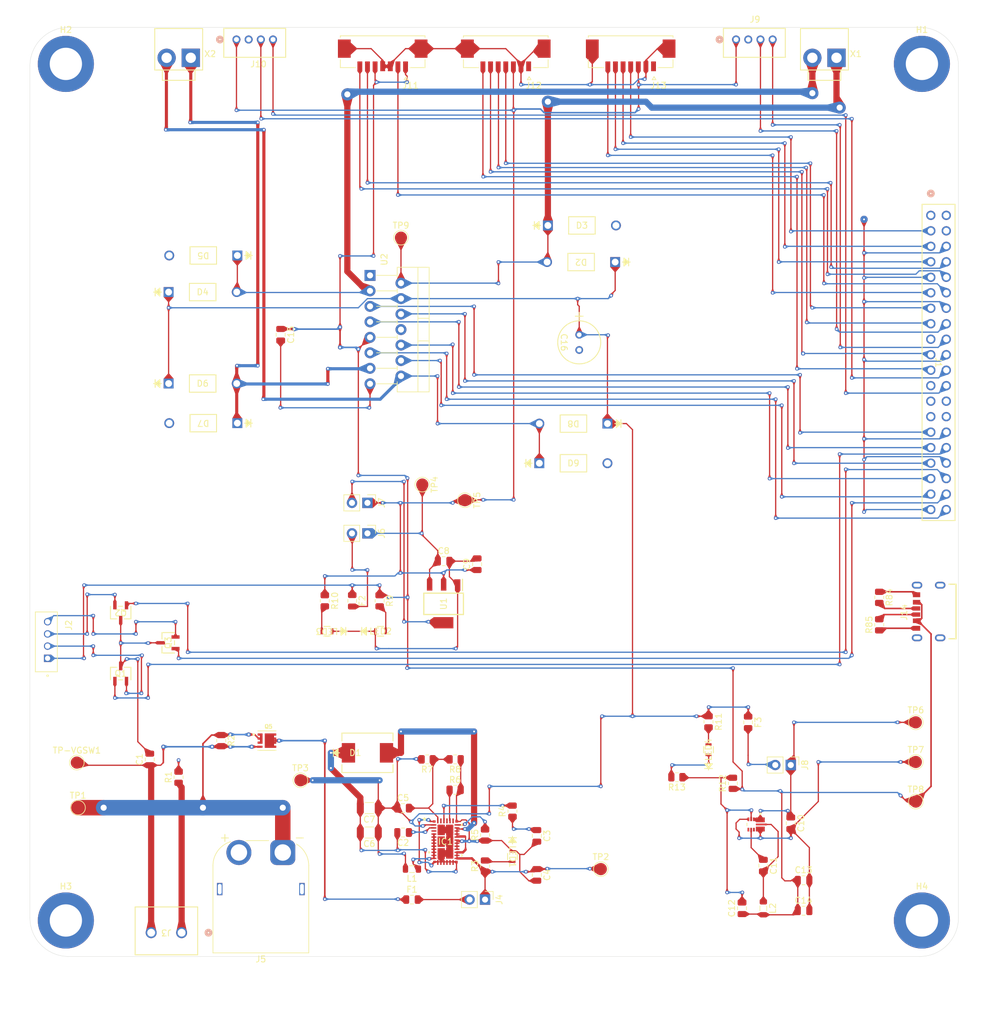
<source format=kicad_pcb>
(kicad_pcb (version 20240108) (generator "pcbnew") (generator_version "8.0")
  (layers (0 "F.Cu" signal) (1 "In1.Cu" signal) (2 "In2.Cu" signal) (31 "B.Cu" signal) (34 "B.Paste" user) (35 "F.Paste" user) (36 "B.SilkS" user "B.Silkscreen") (37 "F.SilkS" user "F.Silkscreen") (38 "B.Mask" user) (39 "F.Mask" user) (44 "Edge.Cuts" user))
  (net 0 "")
  (net 1 "Net-(C1-Pad1)")
  (net 2 "GND")
  (net 3 "Net-(IC1-INTVCC)")
  (net 4 "Net-(C3-Pad1)")
  (net 5 "Net-(IC1-EN{slash}UV)")
  (net 6 "12VEXT")
  (net 7 "Net-(IC1-FB)")
  (net 8 "Net-(J6-Pin_1)")
  (net 9 "+3V3")
  (net 10 "Net-(J8-Pin_1)")
  (net 11 "Net-(PS1-SW)")
  (net 12 "Net-(PS1-BST)")
  (net 13 "5VEXT")
  (net 14 "Net-(PS1-FB)")
  (net 15 "24VEXT")
  (net 16 "Net-(J4-Pin_2)")
  (net 17 "Net-(J6-Pin_2)")
  (net 18 "Net-(J8-Pin_2)")
  (net 20 "Net-(IC1-VC)")
  (net 21 "Net-(IC1-SW_1)")
  (net 24 "Net-(IC1-SYNC{slash}MODE)")
  (net 25 "Net-(IC1-RT)")
  (net 27 "Net-(J7-Pin_2)")
  (net 30 "RGB_Red_Control")
  (net 31 "Net-(J2-Pin_2)")
  (net 32 "Net-(J2-Pin_3)")
  (net 33 "RGB_Green_Control")
  (net 34 "RGB_Blue_Control")
  (net 35 "Net-(J2-Pin_4)")
  (net 36 "BATT_IN")
  (net 37 "Net-(J3-Pad1)")
  (net 38 "Net-(LED1-Pad2)")
  (net 39 "Net-(LED2-Pad2)")
  (net 40 "Net-(LED3-Pad2)")
  (net 41 "Net-(LED4-Pad2)")
  (net 42 "/CSTAR-Drive/OUT1_MOTOR_1")
  (net 43 "/CSTAR-Drive/OUT2_MOTOR_1")
  (net 44 "/CSTAR-Drive/OUT1_MOTOR_2")
  (net 45 "/CSTAR-Drive/OUT2_MOTOR_2")
  (net 47 "RXD_LIDAR")
  (net 50 "LIDAR_IO")
  (net 53 "unconnected-(J1-Pad23)")
  (net 55 "Ch.A_MOTOR_1")
  (net 56 "Ch.B_MOTOR_1")
  (net 57 "Ch.B_MOTOR_2")
  (net 58 "Ch.A_MOTOR_2")
  (net 60 "TXD_LIDAR")
  (net 61 "GPIO12")
  (net 62 "GPIO3")
  (net 65 "GPIO9")
  (net 66 "GPIO0")
  (net 67 "GPIO8")
  (net 68 "GPIO2")
  (net 69 "EN_DRIVER_1")
  (net 70 "IN2_DRIVER_2")
  (net 71 "EN_DRIVER_2")
  (net 72 "IN1_DRIVER_1")
  (net 73 "IN1_DRIVER_2")
  (net 74 "IN2_DRIVER_1")
  (net 75 "GPIO13")
  (net 76 "GPIO7")
  (net 77 "Net-(J14-CC1)")
  (net 78 "Net-(J14-CC2)")
  (footprint "Footprints:Diode_1N4007" (layer "F.Cu") (at 40.8655 77.425)
    (property "Reference" "D6")
    (property "Value" "D")
  )
  (footprint "Resistor_SMD:R_0805_2012Metric" (layer "F.Cu") (at 124.2875 142 180)
    (property "Reference" "R13")
    (property "Value" "30k")
  )
  (footprint "Footprints:Buck_2" (layer "F.Cu") (at 137.2875 149.75 -90)
    (property "Reference" "PS1" (hide yes))
    (property "Value" "AP63356QZV-7")
  )
  (footprint "Resistor_SMD:R_0805_2012Metric" (layer "F.Cu") (at 157.5 117 90)
    (property "Reference" "R85")
    (property "Value" "5.1k")
  )
  (footprint "TestPoint:TestPoint_Pad_D2.0mm" (layer "F.Cu") (at 163.5 133)
    (property "Reference" "TP6")
    (property "Value" "P12V")
  )
  (footprint "TestPoint:TestPoint_Pad_D2.0mm" (layer "F.Cu") (at 79 53.5)
    (property "Reference" "TP9")
    (property "Value" "Motor_Out")
  )
  (footprint "Capacitor_SMD:C_0805_2012Metric" (layer "F.Cu") (at 138.475 156.5 -90)
    (property "Reference" "C11")
    (property "Value" "100n")
  )
  (footprint "Resistor_SMD:R_0805_2012Metric" (layer "F.Cu") (at 87.887476 139.070108 180)
    (property "Reference" "R8")
    (property "Value" "5.23k")
  )
  (footprint "Capacitor_SMD:C_0805_2012Metric" (layer "F.Cu") (at 101.299976 151.620108 -90)
    (property "Reference" "C3")
    (property "Value" "1nF")
  )
  (footprint "Capacitor_SMD:C_0805_2012Metric" (layer "F.Cu") (at 79.349976 151.070108 180)
    (property "Reference" "C2")
    (property "Value" "1uF")
  )
  (footprint "MountingHole:MountingHole_5.3mm_M5_DIN965_Pad" (layer "F.Cu") (at 24 165.5)
    (property "Reference" "H3")
    (property "Value" "MountingHole")
  )
  (footprint "Fuse:Fuse_0805_2012Metric" (layer "F.Cu") (at 80.799976 162.070108)
    (property "Reference" "F1")
    (property "Value" "8A")
  )
  (footprint "TestPoint:TestPoint_Pad_D2.0mm" (layer "F.Cu") (at 163.5 139.5)
    (property "Reference" "TP7")
    (property "Value" "GND")
  )
  (footprint "Footprints:Diode_1N4007" (layer "F.Cu") (at 52.1445 83.925 180)
    (property "Reference" "D7")
    (property "Value" "D")
  )
  (footprint "Resistor_SMD:R_0805_2012Metric" (layer "F.Cu") (at 42.5 142 90)
    (property "Reference" "R1")
    (property "Value" "2M")
  )
  (footprint "Footprints:MOLEX_connector" (layer "F.Cu") (at 76 23 180)
    (property "Reference" "J11")
    (property "Value" "532610771")
  )
  (footprint "Footprints:Diode_1N4007" (layer "F.Cu") (at 114.156 57.5 180)
    (property "Reference" "D2")
    (property "Value" "D")
  )
  (footprint "Footprints:GCT_USB4125-GF-A_REVA2" (layer "F.Cu") (at 166.7 114.82 90)
    (property "Reference" "J14")
    (property "Value" "USB4125-GF-A_REVA2")
  )
  (footprint "Footprints:D1_Bi-dir" (layer "F.Cu") (at 73.5 138)
    (property "Reference" "D1")
    (property "Value" "SMCJ26CA")
  )
  (footprint "MountingHole:MountingHole_5.3mm_M5_DIN965_Pad" (layer "F.Cu") (at 24 25)
    (property "Reference" "H2")
    (property "Value" "MountingHole")
  )
  (footprint "Footprints:LED_0VS75000_WRE" (layer "F.Cu") (at 66.8509 118.0625 180)
    (property "Reference" "LED3")
    (property "Value" "150080VS75000")
  )
  (footprint "Footprints:RGB-FETS" (layer "F.Cu") (at 40.8062 119.9525 90)
    (property "Reference" "Q3")
    (property "Value" "AO3400A")
  )
  (footprint "Fuse:Fuse_0805_2012Metric" (layer "F.Cu") (at 135.975 133 -90)
    (property "Reference" "F3")
    (property "Value" "5A")
  )
  (footprint "Footprints:RPiConnector" (layer "F.Cu") (at 165.96 49.84 -90)
    (property "Reference" "J1")
    (property "Value" "PRT-14017")
  )
  (footprint "Footprints:LED_0VS75000_WRE" (layer "F.Cu") (at 129.475 137.484 90)
    (property "Reference" "LED4")
    (property "Value" "150080VS75000")
  )
  (footprint "Capacitor_SMD:C_0805_2012Metric" (layer "F.Cu") (at 86 106.5625)
    (property "Reference" "C8")
    (property "Value" "10uF")
  )
  (footprint "Package_TO_SOT_THT:TO-220-15_P2.54x2.54mm_StaggerOdd_Lead4.58mm_Vertical" (layer "F.Cu") (at 73.92 59.69 -90)
    (property "Reference" "U2")
    (property "Value" "L298N")
  )
  (footprint "Footprints:Diode_1N4007" (layer "F.Cu") (at 103.1105 51.5)
    (property "Reference" "D3")
    (property "Value" "D")
  )
  (footprint "Resistor_SMD:R_0805_2012Metric" (layer "F.Cu") (at 133.475 143 90)
    (property "Reference" "R12")
    (property "Value" "157k")
  )
  (footprint "TestPoint:TestPoint_Pad_D2.0mm" (layer "F.Cu") (at 25.8 139.6)
    (property "Reference" "TP-VGSW1")
    (property "Value" "TestPoint")
  )
  (footprint "Capacitor_SMD:C_0805_2012Metric" (layer "F.Cu") (at 79.349976 147.070108)
    (property "Reference" "C5")
    (property "Value" "4.7pF")
  )
  (footprint "Resistor_SMD:R_0805_2012Metric" (layer "F.Cu") (at 92.799976 151.482608 90)
    (property "Reference" "R5")
    (property "Value" "38.3k")
  )
  (footprint "Connector_PinHeader_2.54mm:PinHeader_1x02_P2.54mm_Vertical" (layer "F.Cu") (at 73.5 102 -90)
    (property "Reference" "J6")
    (property "Value" "Conn_01x02_Pin")
  )
  (footprint "Resistor_SMD:R_0805_2012Metric" (layer "F.Cu") (at 87.887476 144.070108)
    (property "Reference" "R6")
    (property "Value" "DNP")
  )
  (footprint "Footprints:Buck_1" (layer "F.Cu") (at 86.299976 152.570108)
    (property "Reference" "IC1")
    (property "Value" "LT8648SEV#PBF")
  )
  (footprint "MountingHole:MountingHole_5.3mm_M5_DIN965_Pad" (layer "F.Cu") (at 164.5 25)
    (property "Reference" "H1")
    (property "Value" "MountingHole")
  )
  (footprint "Footprints:MOLEX_connector" (layer "F.Cu") (at 96.2 23 180)
    (property "Reference" "J12")
    (property "Value" "532610771")
  )
  (footprint "TestPoint:TestPoint_Pad_D2.0mm" (layer "F.Cu") (at 89.5 96.5625 -90)
    (property "Reference" "TP5")
    (property "Value" "P3V3")
  )
  (footprint "Footprints:LED_0VS75000_WRE" (layer "F.Cu") (at 97.299976 155.016 -90)
    (property "Reference" "LED1")
    (property "Value" "150080VS75000")
  )
  (footprint "Footprints:MOLEX_connector" (layer "F.Cu") (at 116.7 23 180)
    (property "Reference" "J13")
    (property "Value" "532610771")
  )
  (footprint "Capacitor_SMD:C_1206_3216Metric" (layer "F.Cu") (at 73.799976 147.070108 180)
    (property "Reference" "C7")
    (property "Value" "47uF")
  )
  (footprint "Capacitor_SMD:C_0805_2012Metric" (layer "F.Cu") (at 101.299976 158.020108 -90)
    (property "Reference" "C4")
    (property "Value" "10u")
  )
  (footprint "Connector_PinHeader_2.54mm:PinHeader_1x02_P2.54mm_Vertical" (layer "F.Cu") (at 142.975 140 -90)
    (property "Reference" "J8")
    (property "Value" "Conn_01x02_Pin")
  )
  (footprint "Footprints:Cap_Polarized_220uF" (layer "F.Cu") (at 108.255 69.425 -90)
    (property "Reference" "C16")
    (property "Value" "220uF")
  )
  (footprint "MountingHole:MountingHole_5.3mm_M5_DIN965_Pad" (layer "F.Cu") (at 164.5 165.5)
    (property "Reference" "H4")
    (property "Value" "MountingHole")
  )
  (footprint "Resistor_SMD:R_0805_2012Metric" (layer "F.Cu") (at 97.299976 147.570108 90)
    (property "Reference" "R4")
    (property "Value" "7.87k")
  )
  (footprint "Connector_AMASS:AMASS_XT60PW-M_1x02_P7.20mm_Horizontal" (layer "F.Cu") (at 59.6 154.35 180)
    (property "Reference" "J5")
    (property "Value" "XT60PW-M")
  )
  (footprint "Footprints:RGB-FETS" (layer "F.Cu") (at 33 125)
    (property "Reference" "Q1")
    (property "Value" "AO3400A")
  )
  (footprint "Capacitor_SMD:C_1206_3216Metric" (layer "F.Cu") (at 73.799976 151.070108 180)
    (property "Reference" "C6")
    (property "Value" "47uF")
  )
  (footprint "Footprints:Diode_1N4007" (layer "F.Cu") (at 112.8895 84 180)
    (property "Reference" "D8")
    (property "Value" "D")
  )
  (footprint "TestPoint:TestPoint_Pad_D2.0mm" (layer "F.Cu") (at 82.5 94 -90)
    (property "Reference" "TP4")
    (property "Value" "P5V")
  )
  (footprint "Resistor_SMD:R_0805_2012Metric" (layer "F.Cu") (at 75.5 113.0625 -90)
    (property "Reference" "R9")
    (property "Value" "600")
  )
  (footprint "Capacitor_SMD:C_0805_2012Metric" (layer "F.Cu") (at 134.975 163.5 90)
    (property "Reference" "C12")
    (property "Value" "47pF")
  )
  (footprint "Capacitor_SMD:C_0805_2012Metric" (layer "F.Cu") (at 145.075 158.9)
    (property "Reference" "C13")
    (property "Value" "22uF")
  )
  (footprint "Inductor_SMD:L_0805_2012Metric" (layer "F.Cu") (at 138.475 163.5 -90)
    (property "Reference" "L2")
    (property "Value" "6.8u")
  )
  (footprint "TestPoint:TestPoint_Pad_D2.0mm" (layer "F.Cu") (at 26 147)
    (property "Reference" "TP1")
    (property "Value" "BATT_IN")
  )
  (footprint "Resistor_SMD:R_0805_2012Metric" (layer "F.Cu") (at 83.299976 139.070108 180)
    (property "Reference" "R7")
    (property "Value" "100k")
  )
  (footprint "Resistor_SMD:R_0805_2012Metric" (layer "F.Cu") (at 66.5 113.0625 -90)
    (property "Reference" "R10")
    (property "Value" "260")
  )
  (footprint "Footprints:691137710002-2CONN" (layer "F.Cu") (at 43 167.5 180)
    (property "Reference" "J3")
    (property "Value" "691137710002")
  )
  (footprint "Capacitor_SMD:C_0805_2012Metric" (layer "F.Cu") (at 59.255 69.425 -90)
    (property "Reference" "C15")
    (property "Value" "100nF")
  )
  (footprint "Capacitor_SMD:C_0805_2012Metric" (layer "F.Cu") (at 145.075 163.9)
    (property "Reference" "C14")
    (property "Value" "22uF")
  )
  (footprint "TestPoint:TestPoint_Pad_D2.0mm" (layer "F.Cu") (at 163.5 146)
    (property "Reference" "TP8")
    (property "Value" "P5V")
  )
  (footprint "Footprints:LED_0VS75000_WRE" (layer "F.Cu") (at 75.6491 118.0625)
    (property "Reference" "LED2")
    (property "Value" "150080VS75000")
  )
  (footprint "Resistor_SMD:R_0805_2012Metric" (layer "F.Cu") (at 92.799976 156.570108 90)
    (property "Reference" "R3")
    (property "Value" "4.4k")
  )
  (footprint "Footprints:B4B_PH_K_S" (layer "F.Cu") (at 52 21)
    (property "Reference" "J10")
    (property "Value" "B4B-PH-K-S")
  )
  (footprint "Fuse:Fuse_0805_2012Metric" (layer "F.Cu") (at 71 113.0625 -90)
    (property "Reference" "F2")
    (property "Value" "5A")
  )
  (footprint "Footprints:Diode_1N4007" (layer "F.Cu") (at 101.7135 90.5)
    (property "Reference" "D9")
    (property "Value" "D")
  )
  (footprint "Resistor_SMD:R_0805_2012Metric" (layer "F.Cu") (at 129.475 132.9125 -90)
    (property "Reference" "R11")
    (property "Value" "2k")
  )
  (footprint "Footprints:TRANS_IRFHM9331TRPBF" (layer "F.Cu") (at 57 136)
    (property "Reference" "Q5")
    (property "Value" "IRFHM9331TRPBF")
  )
  (footprint "Footprints:B4B_PH_K_S" (layer "F.Cu") (at 134.000002 21)
    (property "Reference" "J9")
    (property "Value" "B4B-PH-K-S")
  )
  (footprint "Connector_PinHeader_2.54mm:PinHeader_1x02_P2.54mm_Vertical" (layer "F.Cu") (at 92.799976 162.070108 -90)
    (property "Reference" "J4")
    (property "Value" "Conn_01x02_Pin")
  )
  (footprint "Footprints:EncoderConn" (layer "F.Cu") (at 21 122.5 -90)
    (property "Reference" "J2")
    (property "Value" "Conn_01x04_Socket")
  )
  (footprint "Footprints:RGB-FETS" (layer "F.Cu") (at 33 115 180)
    (property "Reference" "Q2")
    (property "Value" "AO3400A")
  )
  (footprint "TestPoint:TestPoint_Pad_D2.0mm" (layer "F.Cu") (at 62.5 142.5)
    (property "Reference" "TP3")
    (property "Value" "P12V")
  )
  (footprint "Capacitor_SMD:C_0805_2012Metric" (layer "F.Cu") (at 142.975 149.55 -90)
    (property "Reference" "C10")
    (property "Value" "10uF")
  )
  (footprint "Footprints:LDO" (layer "F.Cu") (at 86 113.5625 -90)
    (property "Reference" "U1")
    (property "Value" "AZ1117IH-3.3TRG1")
  )
  (footprint "TestPoint:TestPoint_Pad_D2.0mm" (layer "F.Cu") (at 111.799976 157.070108)
    (property "Reference" "TP2")
    (property "Value" "P24V")
  )
  (footprint "Resistor_SMD:R_0805_2012Metric" (layer "F.Cu") (at 157.5 112.5 -90)
    (property "Reference" "R84")
    (property "Value" "5.1k")
  )
  (footprint "Footprints:Diode_1N4007" (layer "F.Cu") (at 40.8655 62.425)
    (property "Reference" "D4")
    (property "Value" "D")
  )
  (footprint "Inductor_SMD:L_0805_2012Metric" (layer "F.Cu") (at 80.799976 157.070108 180)
    (property "Reference" "L1")
    (property "Value" "2.2u")
  )
  (footprint "Footprints:Diode_1N4007" (layer "F.Cu") (at 52.1445 56.425 180)
    (property "Reference" "D5")
    (property "Value" "D")
  )
  (footprint "Connector_PinHeader_2.54mm:PinHeader_1x02_P2.54mm_Vertical" (layer "F.Cu") (at 73.5 97 -90)
    (property "Reference" "J7")
    (property "Value" "Conn_01x02_Pin")
  )
  (footprint "Footprints:B2P-VH" (layer "F.Cu") (at 148.5 24 180)
    (property "Reference" "X1")
    (property "Value" "B2P-VH")
  )
  (footprint "Footprints:B2P-VH" (layer "F.Cu") (at 42.52 24 180)
    (property "Reference" "X2")
    (property "Value" "B2P-VH")
  )
  (footprint "Capacitor_SMD:C_0805_2012Metric" (layer "F.Cu") (at 37.77 139.08572 90)
    (property "Reference" "C1")
    (property "Value" "10uF")
  )
  (footprint "Capacitor_SMD:C_0805_2012Metric" (layer "F.Cu") (at 91.5 107.0625 90)
    (property "Reference" "C9")
    (property "Value" "22uF")
  )
  (footprint "Resistor_SMD:R_0805_2012Metric" (layer "F.Cu") (at 49.5 136 -90)
    (property "Reference" "R2")
    (property "Value" "2M")
  )
  (gr_line (start 24.45 19) (end 164.15 19) (stroke (width 0.05)) (layer "Edge.Cuts"))
  (gr_line (start 170.5 25.35) (end 170.5 165.05) (stroke (width 0.05)) (layer "Edge.Cuts"))
  (gr_arc (start 18.1 25.35) (mid 19.959872 20.859872) (end 24.45 19) (stroke (width 0.05)) (layer "Edge.Cuts"))
  (gr_arc (start 24.45 171.4) (mid 19.959872 169.540128) (end 18.1 165.05) (stroke (width 0.05)) (layer "Edge.Cuts"))
  (gr_arc (start 170.5 165.05) (mid 168.640128 169.540128) (end 164.15 171.4) (stroke (width 0.05)) (layer "Edge.Cuts"))
  (gr_line (start 18.1 165.05) (end 18.1 25.35) (stroke (width 0.05)) (layer "Edge.Cuts"))
  (gr_arc (start 164.15 19) (mid 168.640128 20.859872) (end 170.5 25.35) (stroke (width 0.05)) (layer "Edge.Cuts"))
  (gr_line (start 164.15 171.4) (end 24.45 171.4) (stroke (width 0.05)) (layer "Edge.Cuts"))
  (segment (start 50.9125 136.9125) (end 51 137) (width 0.254) (layer "F.Cu") (net 1))
  (segment (start 26.43572 140.03572) (end 37.77 140.03572) (width 0.2) (layer "F.Cu") (net 1))
  (segment (start 39.56428 140.03572) (end 37.77 140.03572) (width 0.2) (layer "F.Cu") (net 1))
  (segment (start 40 139.6) (end 40 137) (width 0.254) (layer "F.Cu") (net 1))
  (segment (start 55.87 137) (end 55.875 137.005) (width 0.254) (layer "F.Cu") (net 1))
  (segment (start 26 139.6) (end 26.43572 140.03572) (width 0.2) (layer "F.Cu") (net 1))
  (segment (start 25.8 139.6) (end 26 139.6) (width 0.2) (layer "F.Cu") (net 1))
  (segment (start 38 140.26572) (end 37.77 140.03572) (width 0.2) (layer "F.Cu") (net 1))
  (segment (start 49.4125 137) (end 49.5 136.9125) (width 0.254) (layer "F.Cu") (net 1))
  (segment (start 40 139.6) (end 39.56428 140.03572) (width 0.2) (layer "F.Cu") (net 1))
  (segment (start 49.5 136.9125) (end 50.9125 136.9125) (width 0.254) (layer "F.Cu") (net 1))
  (segment (start 48 137) (end 49.4125 137) (width 0.254) (layer "F.Cu") (net 1))
  (segment (start 38 167.5) (end 38 140.26572) (width 1.016) (layer "F.Cu") (net 1))
  (segment (start 54.5 137) (end 55.87 137) (width 0.254) (layer "F.Cu") (net 1))
  (segment (start 37.77 140.03572) (end 37.86714 140.13286) (width 0.2) (layer "F.Cu") (net 1))
  (via (at 40 137) (size 0.6858) (drill 0.3302) (layers "F.Cu" "B.Cu") (net 1))
  (via (at 51 137) (size 0.6858) (drill 0.3302) (layers "F.Cu" "B.Cu") (net 1))
  (via (at 54.5 137) (size 0.6858) (drill 0.3302) (layers "F.Cu" "B.Cu") (net 1))
  (via (at 48 137) (size 0.6858) (drill 0.3302) (layers "F.Cu" "B.Cu") (net 1))
  (segment (start 51 137) (end 54.5 137) (width 0.254) (layer "B.Cu") (net 1))
  (segment (start 40 137) (end 48 137) (width 0.254) (layer "B.Cu") (net 1))
  (segment (start 88.799976 139.070108) (end 88.799976 144.070108) (width 0.2) (layer "F.Cu") (net 2))
  (segment (start 85.599952 154.5) (end 85.599952 155.923543) (width 0.2) (layer "F.Cu") (net 2))
  (segment (start 163.5 139.5) (end 161 139.5) (width 0.2) (layer "F.Cu") (net 2))
  (segment (start 157.8425 117.57) (end 163.62 117.57) (width 0.254) (layer "F.Cu") (net 2))
  (segment (start 97.995276 154.1651) (end 98.5 154.669824) (width 0.2) (layer "F.Cu") (net 2))
  (segment (start 99.20026 154.669824) (end 101.299976 152.570108) (width 0.2) (layer "F.Cu") (net 2))
  (segment (start 98.7 25) (end 96.2 22.5) (width 0.2) (layer "F.Cu") (net 2))
  (segment (start 72.324976 153.824976) (end 72.5 154) (width 0.2) (layer "F.Cu") (net 2))
  (segment (start 33 123.6) (end 34 122.6) (width 0.2) (layer "F.Cu") (net 2))
  (segment (start 92.799976 152.395108) (end 91.604892 152.395108) (width 0.2) (layer "F.Cu") (net 2))
  (segment (start 77.25 25) (end 79.75 22.5) (width 0.2) (layer "F.Cu") (net 2))
  (segment (start 98.5 157.5) (end 98.5 154.669824) (width 0.2) (layer "F.Cu") (net 2))
  (segment (start 101.270084 159) (end 100 159) (width 0.2) (layer "F.Cu") (net 2))
  (segment (start 35.8055 136.17122) (end 37.77 138.13572) (width 0.2) (layer "F.Cu") (net 2))
  (segment (start 134.5 151) (end 134.5 152) (width 0.2) (layer "F.Cu") (net 2))
  (segment (start 163.1375 111.5875) (end 163.62 112.07) (width 0.254) (layer "F.Cu") (net 2))
  (segment (start 73.8 81.4) (end 73.92 81.28) (width 0.2) (layer "F.Cu") (net 2))
  (segment (start 134 149.5) (end 134 150.5) (width 0.2) (layer "F.Cu") (net 2))
  (segment (start 129.5 138.3599) (end 129.475 138.3349) (width 0.2) (layer "F.Cu") (net 2))
  (segment (start 70.3758 138) (end 69.3868 137.011) (width 0.2) (layer "F.Cu") (net 2))
  (segment (start 129.5 140) (end 129.5 138.3599) (width 0.2) (layer "F.Cu") (net 2))
  (segment (start 134 150.5) (end 134.5 151) (width 0.2) (layer "F.Cu") (net 2))
  (segment (start 74.7982 120.6982) (end 74.7982 118.0625) (width 0.2) (layer "F.Cu") (net 2))
  (segment (start 59.2 81.4) (end 59.255 81.345) (width 0.2) (layer "F.Cu") (net 2))
  (segment (start 110 28.4) (end 110 28.3) (width 0.2) (layer "F.Cu") (net 2))
  (segment (start 70.3758 138) (end 69.3868 138.989) (width 0.2) (layer "F.Cu") (net 2))
  (segment (start 110.4 27.9) (end 110.4 22.5) (width 0.2) (layer "F.Cu") (net 2))
  (segment (start 137.975 151.975) (end 138 152) (width 0.2) (layer "F.Cu") (net 2))
  (segment (start 37.5475 119.9525) (end 39.6124 119.9525) (width 0.2) (layer "F.Cu") (net 2))
  (segment (start 88.3 110.4625) (end 88.3 120.6) (width 0.2) (layer "F.Cu") (net 2))
  (segment (start 98.7 25) (end 101.2 22.5) (width 0.2) (layer "F.Cu") (net 2))
  (segment (start 86.95 109.1125) (end 88.3 110.4625) (width 0.2) (layer "F.Cu") (net 2))
  (segment (start 155 64) (end 155 73.5) (width 0.2) (layer "F.Cu") (net 2))
  (segment (start 72.324976 151.070108) (end 72.324976 153.824976) (width 0.2) (layer "F.Cu") (net 2))
  (segment (start 76 25.4) (end 77.25 25.4) (width 0.2) (layer "F.Cu") (net 2))
  (segment (start 157.5 117.9125) (end 157.8425 117.57) (width 0.254) (layer "F.Cu") (net 2))
  (segment (start 88.799976 144.299976) (end 88.112476 144.987476) (width 0.2) (layer "F.Cu") (net 2))
  (segment (start 84 156.370085) (end 84.487476 155.882609) (width 0.2) (layer "F.Cu") (net 2))
  (segment (start 85.599952 155.923543) (end 85.549787 155.973708) (width 0.2) (layer "F.Cu") (net 2))
  (segment (start 88.799976 144.070108) (end 88.799976 144.299976) (width 0.2) (layer "F.Cu") (net 2))
  (segment (start 134.6 148.9) (end 134 149.5) (width 0.2) (layer "F.Cu") (net 2))
  (segment (start 88.112476 157.387524) (end 88 157.5) (width 0.2) (layer "F.Cu") (net 2))
  (segment (start 76 24.4) (end 76 25.4) (width 0.2) (layer "F.Cu") (net 2))
  (segment (start 92.799976 152.395108) (end 95.529984 152.395108) (width 0.2) (layer "F.Cu") (net 2))
  (segment (start 155 50.5) (end 155 56) (width 0.2) (layer "F.Cu") (net 2))
  (segment (start 33 123.8062) (end 33 123.6) (width 0.2) (layer "F.Cu") (net 2))
  (segment (start 74.7982 118.0625) (end 67.7018 118.0625) (width 0.2) (layer "F.Cu") (net 2))
  (segment (start 75 120.9) (end 74.7982 120.6982) (width 0.2) (layer "F.Cu") (net 2))
  (segment (start 136.025 148.9) (end 134.6 148.9) (width 0.2) (layer "F.Cu") (net 2))
  (segment (start 121.1 22.5) (end 119.2 24.4) (width 0.2) (layer "F.Cu") (net 2))
  (segment (start 86.95 106.5625) (end 91.05 106.5625) (width 0.2) (layer "F.Cu") (net 2))
  (segment (start 119.2 25.4) (end 119.2 27.3) (width 0.2) (layer "F.Cu") (net 2))
  (segment (start 98.7 25.4) (end 98.7 25) (width 0.2) (layer "F.Cu") (net 2))
  (segment (start 123 22.5) (end 121.1 22.5) (width 0.2) (layer "F.Cu") (net 2))
  (segment (start 137.975 150.5) (end 137.975 151.975) (width 0.2) (layer "F.Cu") (net 2))
  (segment (start 88.112476 155.882609) (end 84.487476 155.882609) (width 0.2) (layer "F.Cu") (net 2))
  (segment (start 42.5 140.8575) (end 42.5 139.18625) (width 0.254) (layer "F.Cu") (net 2))
  (segment (start 110 28.3) (end 110.4 27.9) (width 0.2) (layer "F.Cu") (net 2))
  (segment (start 119.2 27.3) (end 119 27.5) (width 0.2) (layer "F.Cu") (net 2))
  (segment (start 70.3758 138) (end 67.5 138) (width 1.016) (layer "F.Cu") (net 2))
  (segment (start 98.5 154.669824) (end 99.20026 154.669824) (width 0.2) (layer "F.Cu") (net 2))
  (segment (start 157.5 111.5875) (end 163.1375 111.5875) (width 0.254) (layer "F.Cu") (net 2))
  (segment (start 33 116.1938) (end 33 120) (width 0.2) (layer "F.Cu") (net 2))
  (segment (start 82.3 22.5) (end 89.9 22.5) (width 0.2) (layer "F.Cu") (net 2))
  (segment (start 147.5 145.975) (end 142.975 150.5) (width 0.2) (layer "F.Cu") (net 2))
  (segment (start 89.648532 149) (end 90.2 149.551468) (width 0.2) (layer "F.Cu") (net 2))
  (segment (start 59.255 81.345) (end 59.255 70.375) (width 0.2) (layer "F.Cu") (net 2))
  (segment (start 142.975 150.5) (end 146.025 153.55) (width 0.2) (layer "F.Cu") (net 2))
  (segment (start 78.399976 153.899976) (end 78.399976 151.070108) (width 0.2) (layer "F.Cu") (net 2))
  (segment (start 155 86.5) (end 155 98.5) (width 0.2) (layer "F.Cu") (net 2))
  (segment (start 88.112476 149.257607) (end 88.742393 149.257607) (width 0.2) (layer "F.Cu") (net 2))
  (segment (start 89 152.5) (end 88.372231 152.5) (width 0.2) (layer "F.Cu") (net 2))
  (segment (start 87 150.640108) (end 87 152.570108) (width 0.2) (layer "F.Cu") (net 2))
  (segment (start 143 152) (end 143 150.525) (width 0.2) (layer "F.Cu") (net 2))
  (segment (start 73.92 81.28) (end 73.92 77.47) (width 0.2) (layer "F.Cu") (net 2))
  (segment (start 42.5 140.8575) (end 42.27 141.0875) (width 0.254) (layer "F.Cu") (net 2))
  (segment (start 123.375 140.125) (end 123.5 140) (width 0.2) (layer "F.Cu") (net 2))
  (segment (start 88.372231 152.5) (end 88.192276 152.320045) (width 0.2) (layer "F.Cu") (net 2))
  (segment (start 33 120) (end 33 123.8062) (width 0.2) (layer "F.Cu") (net 2))
  (segment (start 88.742393 149.257607) (end 89 149) (width 0.2) (layer "F.Cu") (net 2))
  (segment (start 119.2 24.4) (end 119.2 25.4) (width 0.2) (layer "F.Cu") (net 2))
  (segment (start 67.5 140.5) (end 72.324976 145.324976) (width 1.016) (layer "F.Cu") (net 2))
  (segment (start 88.112476 144.987476) (end 88.112476 149.257607) (width 0.2) (layer "F.Cu") (net 2))
  (segment (start 77.25 25.4) (end 77.25 25) (width 0.2) (layer "F.Cu") (net 2))
  (segment (start 83 153.9) (end 83 157) (width 0.2) (layer "F.Cu") (net 2))
  (segment (start 95.529984 152.395108) (end 97.299976 154.1651) (width 0.2) (layer "F.Cu") (net 2))
  (segment (start 88.112476 155.882609) (end 88.112476 157.387524) (width 0.2) (layer "F.Cu") (net 2))
  (segment (start 155 73.5) (end 155 86.5) (width 0.2) (layer "F.Cu") (net 2))
  (segment (start 37.5 120) (end 37.5475 119.9525) (width 0.2) (layer "F.Cu") (net 2))
  (segment (start 155 56) (end 155 64) (width 0.2) (layer "F.Cu") (net 2))
  (segment (start 88.3 120.6) (end 88 120.9) (width 0.2) (layer "F.Cu") (net 2))
  (segment (start 84.487476 149.257607) (end 83.757607 149.257607) (width 0.2) (layer "F.Cu") (net 2))
  (segment (start 147.5 139.5) (end 147.5 145.975) (width 0.2) (layer "F.Cu") (net 2))
  (segment (start 78.5 154) (end 78.399976 153.899976) (width 0.2) (layer "F.Cu") (net 2))
  (segment (start 85.599952 154.5) (end 87 154.5) (width 0.2) (layer "F.Cu") (net 2))
  (segment (start 101.2 22.5) (end 102.5 22.5) (width 0.2) (layer "F.Cu") (net 2))
  (segment (start 72.324976 147.070108) (end 72.324976 151.070108) (width 0.2) (layer "F.Cu") (net 2))
  (segment (start 87 152.570108) (end 87 154.5) (width 0.2) (layer "F.Cu") (net 2))
  (segment (start 82 149) (end 82 155.970108) (width 0.2) (layer "F.Cu") (net 2))
  (segment (start 79.75 22.5) (end 82.3 22.5) (width 0.2) (layer "F.Cu") (net 2))
  (segment (start 100 159) (end 98.5 157.5) (width 0.2) (layer "F.Cu") (net 2))
  (segment (start 146.025 153.55) (end 146.025 158.9) (width 0.2) (layer "F.Cu") (net 2))
  (segment (start 96.2 22.5) (end 89.9 22.5) (width 0.2) (layer "F.Cu") (net 2))
  (segment (start 91.05 106.5625) (end 91.5 106.1125) (width 0.2) (layer "F.Cu") (net 2))
  (segment (start 90.2 149.551468) (end 90.2 152.5) (width 0.2) (layer "F.Cu") (net 2))
  (segment (start 83 157) (end 83.5 157.5) (width 0.2) (layer "F.Cu") (net 2))
  (segment (start 97.299976 154.1651) (end 97.995276 154.1651) (width 0.2) (layer "F.Cu") (net 2))
  (segment (start 146.025 163.9) (end 146.025 158.9) (width 0.2) (layer "F.Cu") (net 2))
  (segment (start 84 156.5) (end 84 156.370085) (width 0.2) (layer "F.Cu") (net 2))
  (segment (start 83.757607 149.257607) (end 83.5 149) (width 0.2) (layer "F.Cu") (net 2))
  (segment (start 91.604892 152.395108) (end 91.5 152.5) (width 0.2) (layer "F.Cu") (net 2))
  (segment (start 86.95 106.5625) (end 86.95 109.1125) (width 0.2) (layer "F.Cu") (net 2))
  (segment (start 101.299976 158.970108) (end 101.270084 159) (width 0.2) (layer "F.Cu") (net 2))
  (segment (start 88.192276 152.320045) (end 88.192276 153.820423) (width 0.2) (layer "F.Cu") (net 2))
  (segment (start 85.599952 150.640108) (end 87 150.640108) (width 0.2) (layer "F.Cu") (net 2))
  (segment (start 143 150.525) (end 142.975 150.5) (width 0.2) (layer "F.Cu") (net 2))
  (segment (start 89 149) (end 89.648532 149) (width 0.2) (layer "F.Cu") (net 2))
  (segment (start 35.8055 122.6) (end 35.8055 136.17122) (width 0.2) (layer "F.Cu") (net 2))
  (segment (start 123.375 142) (end 123.375 140.125) (width 0.2) (layer "F.Cu") (net 2))
  (segment (start 74.1 22.5) (end 76 24.4) (width 0.2) (layer "F.Cu") (net 2))
  (segment (start 98.7 28.4) (end 98.7 25.3) (width 0.2) (layer "F.Cu") (net 2))
  (segment (start 72.324976 145.324976) (end 72.324976 147.070108) (width 1.016) (layer "F.Cu") (net 2))
  (segment (start 69.7 22.5) (end 74.1 22.5) (width 0.2) (layer "F.Cu") (net 2))
  (segment (start 87 152.570108) (end 85.599952 152.570108) (width 0.2) (layer "F.Cu") (net 2))
  (segment (start 98.7 25.3) (end 98.7 25.4) (width 0.2) (layer "F.Cu") (net 2))
  (via (at 134.5 152) (size 0.6) (drill 0.3) (layers "F.Cu" "B.Cu") (net 2))
  (via (at 83.5 157.5) (size 0.6) (drill 0.3) (layers "F.Cu" "B.Cu") (net 2))
  (via (at 84 156.5) (size 0.6) (drill 0.3) (layers "F.Cu" "B.Cu") (net 2))
  (via (at 59.2 81.4) (size 0.6) (drill 0.3) (layers "F.Cu" "B.Cu") (net 2))
  (via (at 155 60.1) (size 0.6) (drill 0.3) (layers "F.Cu" "B.Cu") (net 2))
  (via (at 75 120.9) (size 0.6) (drill 0.3) (layers "F.Cu" "B.Cu") (net 2))
  (via (at 155 73.5) (size 0.6) (drill 0.3) (layers "F.Cu" "B.Cu") (net 2))
  (via (at 143 152) (size 0.6) (drill 0.3) (layers "F.Cu" "B.Cu") (net 2))
  (via (at 83 153.9) (size 0.6) (drill 0.3) (layers "F.Cu" "B.Cu") (net 2))
  (via (at 78.5 154) (size 0.6) (drill 0.3) (layers "F.Cu" "B.Cu") (net 2))
  (via (at 33 120) (size 0.6) (drill 0.3) (layers "F.Cu" "B.Cu") (net 2))
  (via (at 67.5 140.5) (size 0.6858) (drill 0.3302) (layers "F.Cu" "B.Cu") (net 2))
  (via (at 155 98.5) (size 0.6) (drill 0.3) (layers "F.Cu" "B.Cu") (net 2))
  (via (at 67.5 138) (size 0.6858) (drill 0.3302) (layers "F.Cu" "B.Cu") (net 2))
  (via (at 34 122.6) (size 0.6) (drill 0.3) (layers "F.Cu" "B.Cu") (net 2))
  (via (at 72.5 154) (size 0.6) (drill 0.3) (layers "F.Cu" "B.Cu") (net 2))
  (via (at 89 152.5) (size 0.6) (drill 0.3) (layers "F.Cu" "B.Cu") (net 2))
  (via (at 155 89.9) (size 0.6) (drill 0.3) (layers "F.Cu" "B.Cu") (net 2))
  (via (at 91.5 152.5) (size 0.6) (drill 0.3) (layers "F.Cu" "B.Cu") (net 2))
  (via (at 82 155.970108) (size 0.6) (drill 0.3) (layers "F.Cu" "B.Cu") (net 2))
  (via (at 88 157.5) (size 0.6) (drill 0.3) (layers "F.Cu" "B.Cu") (net 2))
  (via (at 155 50.5) (size 1.2) (drill 0.3) (layers "F.Cu" "B.Cu") (net 2))
  (via (at 73.8 81.4) (size 0.6) (drill 0.3) (layers "F.Cu" "B.Cu") (net 2))
  (via (at 90.2 152.5) (size 0.6) (drill 0.3) (layers "F.Cu" "B.Cu") (net 2))
  (via (at 42.5 139.18625) (size 0.6) (drill 0.3) (layers "F.Cu" "B.Cu") (net 2))
  (via (at 123.5 140) (size 0.6) (drill 0.3) (layers "F.Cu" "B.Cu") (net 2))
  (via (at 161 139.5) (size 0.6) (drill 0.3) (layers "F.Cu" "B.Cu") (net 2))
  (via (at 155 86.5) (size 0.6) (drill 0.3) (layers "F.Cu" "B.Cu") (net 2))
  (via (at 35.8055 122.6) (size 0.6) (drill 0.3) (layers "F.Cu" "B.Cu") (net 2))
  (via (at 138 152) (size 0.6) (drill 0.3) (layers "F.Cu" "B.Cu") (net 2))
  (via (at 88 120.9) (size 0.6) (drill 0.3) (layers "F.Cu" "B.Cu") (net 2))
  (via (at 82 149) (size 0.6) (drill 0.3) (layers "F.Cu" "B.Cu") (net 2))
  (via (at 83.5 149) (size 0.6) (drill 0.3) (layers "F.Cu" "B.Cu") (net 2))
  (via (at 37.5 120) (size 0.6) (drill 0.3) (layers "F.Cu" "B.Cu") (net 2))
  (via (at 98.7 28.4) (size 0.6) (drill 0.3) (layers "F.Cu" "B.Cu") (net 2))
  (via (at 110 28.4) (size 0.6) (drill 0.3) (layers "F.Cu" "B.Cu") (net 2))
  (via (at 129.5 140) (size 0.6) (drill 0.3) (layers "F.Cu" "B.Cu") (net 2))
  (via (at 155 56) (size 0.6) (drill 0.3) (layers "F.Cu" "B.Cu") (net 2))
  (via (at 155 64) (size 0.6) (drill 0.3) (layers "F.Cu" "B.Cu") (net 2))
  (via (at 119 27.5) (size 0.6) (drill 0.3) (layers "F.Cu" "B.Cu") (net 2))
  (via (at 147.5 139.5) (size 0.6) (drill 0.3) (layers "F.Cu" "B.Cu") (net 2))
  (segment (start 161 139.5) (end 147.5 139.5) (width 0.2) (layer "B.Cu") (net 2))
  (segment (start 34 122.6) (end 35.8055 122.6) (width 0.2) (layer "B.Cu") (net 2))
  (segment (start 168.5 65.08) (end 167.42 64) (width 0.2) (layer "B.Cu") (net 2))
  (segment (start 33 120) (end 37.5 120) (width 0.2) (layer "B.Cu") (net 2))
  (segment (start 83.5 149) (end 82 149) (width 0.2) (layer "B.Cu") (net 2))
  (segment (start 88 120.9) (end 77 120.9) (width 0.2) (layer "B.Cu") (net 2))
  (segment (start 72.5 154) (end 78.5 154) (width 0.2) (layer "B.Cu") (net 2))
  (segment (start 155 98.5) (end 155.4 98.1) (width 0.2) (layer "B.Cu") (net 2))
  (segment (start 83.470108 155.970108) (end 84 156.5) (width 0.2) (layer "B.Cu") (net 2))
  (segment (start 168.5 85.4) (end 167.4 86.5) (width 0.2) (layer "B.Cu") (net 2))
  (segment (start 82 155.970108) (end 83.470108 155.970108) (width 0.2) (layer "B.Cu") (net 2))
  (segment (start 168.5 54.92) (end 167.42 56) (width 0.2) (layer "B.Cu") (net 2))
  (segment (start 134.5 152) (end 138 152) (width 0.2) (layer "B.Cu") (net 2))
  (segment (start 83 153.9) (end 78.6 153.9) (width 0.2) (layer "B.Cu") (net 2))
  (segment (start 77 120.9) (end 75 120.9) (width 0.2) (layer "B.Cu") (net 2))
  (segment (start 118 27.5) (end 117.1 28.4) (width 0.2) (layer "B.Cu") (net 2))
  (segment (start 91.5 152.5) (end 89 152.5) (width 0.4) (layer "B.Cu") (net 2))
  (segment (start 123.5 140) (end 129.5 140) (width 0.2) (layer "B.Cu") (net 2))
  (segment (start 155.482 89.418) (end 155 89.9) (width 0.2) (layer "B.Cu") (net 2))
  (segment (start 138 152) (end 143 152) (width 0.2) (layer "B.Cu") (net 2))
  (segment (start 167.42 64) (end 155 64) (width 0.2) (layer "B.Cu") (net 2))
  (segment (start 119 27.5) (end 118 27.5) (width 0.2) (layer "B.Cu") (net 2))
  (segment (start 98.7 28.4) (end 110 28.4) (width 0.2) (layer "B.Cu") (net 2))
  (segment (start 73.8 81.4) (end 59.2 81.4) (width 0.2) (layer "B.Cu") (net 2))
  (segment (start 88 157.5) (end 83.5 157.5) (width 0.2) (layer "B.Cu") (net 2))
  (segment (start 167.438 89.418) (end 155.482 89.418) (width 0.2) (layer "B.Cu") (net 2))
  (segment (start 167.4 86.5) (end 155 86.5) (width 0.2) (layer "B.Cu") (net 2))
  (segment (start 67.5 138) (end 67.5 140.5) (width 1.016) (layer "B.Cu") (net 2))
  (segment (start 168.5 90.48) (end 167.438 89.418) (width 0.2) (layer "B.Cu") (net 2))
  (segment (start 167.438 73.762) (end 155.262 73.762) (width 0.2) (layer "B.Cu") (net 2))
  (segment (start 117.1 28.4) (end 110 28.4) (width 0.2) (layer "B.Cu") (net 2))
  (segment (start 165.96 60) (end 155.1 60) (width 0.2) (layer "B.Cu") (net 2))
  (segment (start 167.42 56) (end 155 56) (width 0.2) (layer "B.Cu") (net 2))
  (segment (start 155.4 98.1) (end 165.96 98.1) (width 0.2) (layer "B.Cu") (net 2))
  (segment (start 155.262 73.762) (end 155 73.5) (width 0.2) (layer "B.Cu") (net 2))
  (segment (start 168.5 72.7) (end 167.438 73.762) (width 0.2) (layer "B.Cu") (net 2))
  (segment (start 155.1 60) (end 155 60.1) (width 0.2) (layer "B.Cu") (net 2))
  (segment (start 78.6 153.9) (end 78.5 154) (width 0.2) (layer "B.Cu") (net 2))
  (segment (start 80.299976 151.070108) (end 80.929892 151.070108) (width 0.2) (layer "F.Cu") (net 3))
  (segment (start 83.680459 150.319541) (end 84.407676 150.319541) (width 0.2) (layer "F.Cu") (net 3))
  (segment (start 80.929892 151.070108) (end 81 151) (width 0.2) (layer "F.Cu") (net 3))
  (segment (start 83 151) (end 83.680459 150.319541) (width 0.2) (layer "F.Cu") (net 3))
  (via (at 83 151) (size 0.6) (drill 0.3) (layers "F.Cu" "B.Cu") (net 3))
  (via (at 81 151) (size 0.6) (drill 0.3) (layers "F.Cu" "B.Cu") (net 3))
  (segment (start 81 151) (end 83 151) (width 0.2) (layer "B.Cu") (net 3))
  (segment (start 97.299976 150.299976) (end 97.5 150.5) (width 0.2) (layer "F.Cu") (net 4))
  (segment (start 97.299976 148.482608) (end 97.299976 150.299976) (width 0.2) (layer "F.Cu") (net 4))
  (segment (start 101.129868 150.5) (end 101.299976 150.670108) (width 0.2) (layer "F.Cu") (net 4))
  (segment (start 100 150.5) (end 101.129868 150.5) (width 0.2) (layer "F.Cu") (net 4))
  (via (at 97.5 150.5) (size 0.6) (drill 0.3) (layers "F.Cu" "B.Cu") (net 4))
  (via (at 100 150.5) (size 0.6) (drill 0.3) (layers "F.Cu" "B.Cu") (net 4))
  (segment (start 97.5 150.5) (end 100 150.5) (width 0.2) (layer "B.Cu") (net 4))
  (segment (start 100.870084 157.5) (end 101.299976 157.070108) (width 0.2) (layer "F.Cu") (net 5))
  (segment (start 88.192276 150.5) (end 88.192276 150.319541) (width 0.2) (layer "F.Cu") (net 5))
  (segment (start 88.5 150.5) (end 88.192276 150.5) (width 0.2) (layer "F.Cu") (net 5))
  (segment (start 92.799976 157.482608) (end 90.638169 155.320801) (width 0.4) (layer "F.Cu") (net 5))
  (segment (start 88.192276 155.320801) (end 88.192276 154.320549) (width 0.2) (layer "F.Cu") (net 5))
  (segment (start 110 157) (end 111.729868 157) (width 0.2) (layer "F.Cu") (net 5))
  (segment (start 76.6242 138) (end 79 138) (width 1.016) (layer "F.Cu") (net 5))
  (segment (start 89.6 151.820045) (end 89.6 153.9) (width 0.2) (layer "F.Cu") (net 5))
  (segment (start 91 134.5) (end 91 149.527) (width 1.016) (layer "F.Cu") (net 5))
  (segment (start 102.929892 157.070108) (end 103 157) (width 0.2) (layer "F.Cu") (net 5))
  (segment (start 88.372735 150.5) (end 88.192276 150.319541) (width 0.2) (layer "F.Cu") (net 5))
  (segment (start 92.799976 157.482608) (end 93.982608 157.482608) (width 0.2) (layer "F.Cu") (net 5))
  (segment (start 88.29215 151.720045) (end 89.5 151.720045) (width 0.4) (layer "F.Cu") (net 5))
  (segment (start 99.5 157.5) (end 100.870084 157.5) (width 0.2) (layer "F.Cu") (net 5))
  (segment (start 111.729868 157) (end 111.799976 157.070108) (width 0.2) (layer "F.Cu") (net 5))
  (segment (start 101.299976 157.070108) (end 102.929892 157.070108) (width 0.2) (layer "F.Cu") (net 5))
  (segment (start 90.638169 155.320801) (end 88.192276 155.320801) (width 0.4) (layer "F.Cu") (net 5))
  (segment (start 93.212476 157.070108) (end 92.799976 157.482608) (width 0.2) (layer "F.Cu") (net 5))
  (segment (start 88.5 150.5) (end 88.372735 150.5) (width 0.2) (layer "F.Cu") (net 5))
  (segment (start 89.5 151.720045) (end 89.6 151.820045) (width 0.2) (layer "F.Cu") (net 5))
  (segment (start 93.982608 157.482608) (end 94 157.5) (width 0.2) (layer "F.Cu") (net 5))
  (segment (start 89.6 153.9) (end 89.179451 154.320549) (width 0.4) (layer "F.Cu") (net 5))
  (segment (start 92.799976 162.070108) (end 92.799976 157.482608) (width 0.2) (layer "F.Cu") (net 5))
  (segment (start 89.179451 154.320549) (end 88.192276 154.320549) (width 0.4) (layer "F.Cu") (net 5))
  (segment (start 89.5 150.5) (end 88.5 150.5) (width 0.2) (layer "F.Cu") (net 5))
  (segment (start 88.192276 151.819919) (end 88.29215 151.720045) (width 0.2) (layer "F.Cu") (net 5))
  (segment (start 88.192276 151.819919) (end 88.192276 150.5) (width 0.2) (layer "F.Cu") (net 5))
  (segment (start 79 138) (end 79 134.5) (width 1.016) (layer "F.Cu") (net 5))
  (via (at 91 134.5) (size 0.6) (drill 0.3) (layers "F.Cu" "B.Cu") (net 5))
  (via (at 79 134.5) (size 0.6) (drill 0.3) (layers "F.Cu" "B.Cu") (net 5))
  (via (at 89.5 150.5) (size 0.6) (drill 0.3) (layers "F.Cu" "B.Cu") (net 5))
  (via (at 103 157) (size 0.6) (drill 0.3) (layers "F.Cu" "B.Cu") (net 5))
  (via (at 94 157.5) (size 0.6) (drill 0.3) (layers "F.Cu" "B.Cu") (net 5))
  (via (at 99.5 157.5) (size 0.6) (drill 0.3) (layers "F.Cu" "B.Cu") (net 5))
  (via (at 91 149.527) (size 0.6) (drill 0.3) (layers "F.Cu" "B.Cu") (net 5))
  (via (at 110 157) (size 0.6) (drill 0.3) (layers "F.Cu" "B.Cu") (net 5))
  (segment (start 90.027 150.5) (end 89.5 150.5) (width 0.6) (layer "B.Cu") (net 5))
  (segment (start 79 134.5) (end 91 134.5) (width 1.016) (layer "B.Cu") (net 5))
  (segment (start 94 157.5) (end 99.5 157.5) (width 0.2) (layer "B.Cu") (net 5))
  (segment (start 91 149.527) (end 90.027 150.5) (width 0.8) (layer "B.Cu") (net 5))
  (segment (start 103 157) (end 110 157) (width 0.2) (layer "B.Cu") (net 5))
  (segment (start 108 64.5) (end 108.255 64.755) (width 0.2) (layer "F.Cu") (net 6))
  (segment (start 75.274976 151.070108) (end 75.274976 154.374976) (width 0.2) (layer "F.Cu") (net 6))
  (segment (start 79.5 154.5) (end 79.737476 154.737476) (width 0.2) (layer "F.Cu") (net 6))
  (segment (start 40.8655 62.425) (end 40.8655 65) (width 0.2) (layer "F.Cu") (net 6))
  (segment (start 111.799976 132.200024) (end 111.799976 143.5) (width 0.2) (layer "F.Cu") (net 6))
  (segment (start 75.274976 147.070108) (end 75.274976 151.070108) (width 0.2) (layer "F.Cu") (net 6))
  (segment (start 114.156 62.156) (end 114.156 57.5) (width 0.2) (layer "F.Cu") (net 6))
  (segment (start 82.387476 139.070108) (end 81.570108 139.070108) (width 0.2) (layer "F.Cu") (net 6))
  (segment (start 117 85) (end 116 84) (width 0.2) (layer "F.Cu") (net 6))
  (segment (start 75.5 142.5) (end 75.274976 142.725024) (width 0.2) (layer "F.Cu") (net 6))
  (segment (start 78.399976 139.100024) (end 78.399976 147.070108) (width 0.2) (layer "F.Cu") (net 6))
  (segment (start 62.5 142.5) (end 64.5 142.5) (width 0.2) (layer "F.Cu") (net 6))
  (segment (start 116 84) (end 112.8895 84) (width 0.2) (layer "F.Cu") (net 6))
  (segment (start 113.5 62.812) (end 114.156 62.156) (width 0.2) (layer "F.Cu") (net 6))
  (segment (start 79.737476 154.737476) (end 79.737476 157.070108) (width 0.2) (layer "F.Cu") (net 6))
  (segment (start 113.5 63) (end 113.5 62.812) (width 0.2) (layer "F.Cu") (net 6))
  (segment (start 108 63.5) (end 108 64.5) (width 0.2) (layer "F.Cu") (net 6))
  (segment (start 93.5 148) (end 93.5 143.5) (width 0.2) (layer "F.Cu") (net 6))
  (segment (start 80.414934 149.085066) (end 78.399976 147.070108) (width 0.2) (layer "F.Cu") (net 6))
  (segment (start 75.274976 142.725024) (end 75.274976 147.070108) (width 0.2) (layer "F.Cu") (net 6))
  (segment (start 136 132.0375) (end 135.975 132.0625) (width 0.2) (layer "F.Cu") (net 6))
  (segment (start 75.274976 154.374976) (end 75.5 154.6) (width 0.2) (layer "F.Cu") (net 6))
  (segment (start 108.255 64.755) (end 108.255 69.425) (width 0.2) (layer "F.Cu") (net 6))
  (segment (start 112.8895 69.6105) (end 113 69.5) (width 0.2) (layer "F.Cu") (net 6))
  (segment (start 129.475 130.525) (end 129.5 130.5) (width 0.2) (layer "F.Cu") (net 6))
  (segment (start 78.5 139) (end 78.399976 139.100024) (width 0.2) (layer "F.Cu") (net 6))
  (segment (start 82.680585 149.819415) (end 82.5 150) (width 0.2) (layer "F.Cu") (net 6))
  (segment (start 75.274976 147.070108) (end 78.399976 147.070108) (width 0.2) (layer "F.Cu") (net 6))
  (segment (start 84.407676 149.819415) (end 82.680585 149.819415) (width 0.2) (layer "F.Cu") (net 6))
  (segment (start 112 132) (end 111.799976 132.200024) (width 0.2) (layer "F.Cu") (net 6))
  (segment (start 129.475 132) (end 129.475 130.525) (width 0.2) (layer "F.Cu") (net 6))
  (segment (start 135.9125 132) (end 135.975 132.0625) (width 0.2) (layer "F.Cu") (net 6))
  (segment (start 112.8895 84) (end 112.8895 69.6105) (width 0.2) (layer "F.Cu") (net 6))
  (segment (start 80.414934 149.085066) (end 80.664934 149.335066) (width 0.2) (layer "F.Cu") (net 6))
  (segment (start 136 130.5) (end 136 132.0375) (width 0.2) (layer "F.Cu") (net 6))
  (segment (start 117 132) (end 117 85) (width 0.2) (layer "F.Cu") (net 6))
  (segment (start 40.8655 65) (end 40.8655 77.425) (width 0.2) (layer "F.Cu") (net 6))
  (segment (start 129.475 132) (end 127.5 132) (width 0.2) (layer "F.Cu") (net 6))
  (segment (start 81.570108 139.070108) (end 81.5 139) (width 0.2) (layer "F.Cu") (net 6))
  (segment (start 82.5 150) (end 82.6 150) (width 0.2) (layer "F.Cu") (net 6))
  (via (at 75.5 154.6) (size 0.6) (drill 0.3) (layers "F.Cu" "B.Cu") (net 6))
  (via (at 113.5 63) (size 0.6) (drill 0.3) (layers "F.Cu" "B.Cu") (net 6))
  (via (at 82.6 150) (size 0.6) (drill 0.3) (layers "F.Cu" "B.Cu") (net 6))
  (via (at 129.5 130.5) (size 0.6) (drill 0.3) (layers "F.Cu" "B.Cu") (net 6))
  (via (at 112 132) (size 0.6) (drill 0.3) (layers "F.Cu" "B.Cu") (net 6))
  (via (at 81.5 139) (size 0.6) (drill 0.3) (layers "F.Cu" "B.Cu") (net 6))
  (via (at 93.5 148) (size 0.6) (drill 0.3) (layers "F.Cu" "B.Cu") (net 6))
  (via (at 111.799976 143.5) (size 0.6) (drill 0.3) (layers "F.Cu" "B.Cu") (net 6))
  (via (at 117 132) (size 0.6) (drill 0.3) (layers "F.Cu" "B.Cu") (net 6))
  (via (at 79.5 154.5) (size 0.6) (drill 0.3) (layers "F.Cu" "B.Cu") (net 6))
  (via (at 127.5 132) (size 0.6) (drill 0.3) (layers "F.Cu" "B.Cu") (net 6))
  (via (at 78.5 139) (size 0.6) (drill 0.3) (layers "F.Cu" "B.Cu") (net 6))
  (via (at 40.8655 65) (size 0.6) (drill 0.3) (layers "F.Cu" "B.Cu") (net 6))
  (via (at 64.5 142.5) (size 0.6) (drill 0.3) (layers "F.Cu" "B.Cu") (net 6))
  (via (at 108 63.5) (size 0.6) (drill 0.3) (layers "F.Cu" "B.Cu") (net 6))
  (via (at 93.5 143.5) (size 0.6) (drill 0.3) (layers "F.Cu" "B.Cu") (net 6))
  (via (at 136 130.5) (size 0.6) (drill 0.3) (layers "F.Cu" "B.Cu") (net 6))
  (via (at 80.664934 149.335066) (size 0.6) (drill 0.3) (layers "F.Cu" "B.Cu") (net 6))
  (via (at 75.5 142.5) (size 0.6) (drill 0.3) (layers "F.Cu" "B.Cu") (net 6))
  (via (at 113 69.5) (size 0.6) (drill 0.3) (layers "F.Cu" "B.Cu") (net 6))
  (segment (start 73.492943 63.5) (end 71.992943 65) (width 0.2) (layer "B.Cu") (net 6))
  (segment (start 93.5 143.5) (end 111.799976 143.5) (width 0.2) (layer "B.Cu") (net 6))
  (segment (start 71.992943 65) (end 40.8655 65) (width 0.2) (layer "B.Cu") (net 6))
  (segment (start 81.5 139) (end 78.5 139) (width 0.2) (layer "B.Cu") (net 6))
  (segment (start 82 148) (end 93.5 148) (width 0.2) (layer "B.Cu") (net 6))
  (segment (start 75.5 154.6) (end 79.4 154.6) (width 0.2) (layer "B.Cu") (net 6))
  (segment (start 81.329868 150) (end 82.6 150) (width 0.2) (layer "B.Cu") (net 6))
  (segment (start 80.664934 149.335066) (end 82 148) (width 0.2) (layer "B.Cu") (net 6))
  (segment (start 79 63.5) (end 108 63.5) (width 0.2) (layer "B.Cu") (net 6))
  (segment (start 112.925 69.425) (end 108.255 69.425) (width 0.2) (layer "B.Cu") (net 6))
  (segment (start 129.5 130.5) (end 136 130.5) (width 0.2) (layer "B.Cu") (net 6))
  (segment (start 113 63.5) (end 113.5 63) (width 0.2) (layer "B.Cu") (net 6))
  (segment (start 117 132) (end 112 132) (width 0.2) (layer "B.Cu") (net 6))
  (segment (start 81.329868 150) (end 80.664934 149.335066) (width 0.2) (layer "B.Cu") (net 6))
  (segment (start 108 63.5) (end 113 63.5) (width 0.2) (layer "B.Cu") (net 6))
  (segment (start 79.4 154.6) (end 79.5 154.5) (width 0.2) (layer "B.Cu") (net 6))
  (segment (start 79 63.5) (end 73.492943 63.5) (width 0.2) (layer "B.Cu") (net 6))
  (segment (start 113 69.5) (end 112.925 69.425) (width 0.2) (layer "B.Cu") (net 6))
  (segment (start 127.5 132) (end 117 132) (width 0.2) (layer "B.Cu") (net 6))
  (segment (start 64.5 142.5) (end 75.5 142.5) (width 1.016) (layer "B.Cu") (net 6))
  (segment (start 80.299976 147.070108) (end 83.5 147.070108) (width 0.2) (layer "F.Cu") (net 7))
  (segment (start 83.5 147.070108) (end 83.559661 147.070108) (width 0.2) (layer "F.Cu") (net 7))
  (segment (start 84.212476 139.070108) (end 84.212476 146.357632) (width 0.2) (layer "F.Cu") (net 7))
  (segment (start 86.974976 139.070108) (end 84.212476 139.070108) (width 0.2) (layer "F.Cu") (net 7))
  (segment (start 85.049661 148.560108) (end 85.049661 149.166508) (width 0.2) (layer "F.Cu") (net 7))
  (segment (start 84.212476 146.357632) (end 83.5 147.070108) (width 0.2) (layer "F.Cu") (net 7))
  (segment (start 83.559661 147.070108) (end 85.049661 148.560108) (width 0.2) (layer "F.Cu") (net 7))
  (segment (start 83.7 110.4625) (end 83.7 107.9125) (width 0.2) (layer "F.Cu") (net 8))
  (segment (start 85.05 104.85) (end 85.05 106.5625) (width 0.2) (layer "F.Cu") (net 8))
  (segment (start 82.5 101.9) (end 82.5 94) (width 0.2) (layer "F.Cu") (net 8))
  (segment (start 82.4 102) (end 82.4 102.2) (width 0.2) (layer "F.Cu") (net 8))
  (segment (start 83.7 107.9125) (end 85.05 106.5625) (width 0.2) (layer "F.Cu") (net 8))
  (segment (start 82.4 102) (end 82.5 101.9) (width 0.2) (layer "F.Cu") (net 8))
  (segment (start 82.4 102.2) (end 85.05 104.85) (width 0.2) (layer "F.Cu") (net 8))
  (via (at 82.4 102) (size 0.6) (drill 0.3) (layers "F.Cu" "B.Cu") (net 8))
  (segment (start 82.4 102) (end 73.5 102) (width 0.2) (layer "B.Cu") (net 8))
  (segment (start 52 21) (end 52 32.6) (width 0.2) (layer "F.Cu") (net 9))
  (segment (start 89.5125 108.0125) (end 89.5 108) (width 0.2) (layer "F.Cu") (net 9))
  (segment (start 97.5 32.6) (end 97.45 32.55) (width 0.2) (layer "F.Cu") (net 9))
  (segment (start 91.5 108.0125) (end 89.5125 108.0125) (width 0.2) (layer "F.Cu") (net 9))
  (segment (start 73.5 97) (end 76 97) (width 0.2) (layer "F.Cu") (net 9))
  (segment (start 97.45 32.55) (end 97.45 25.4) (width 0.2) (layer "F.Cu") (net 9))
  (segment (start 118 27.5) (end 117.95 27.45) (width 0.2) (layer "F.Cu") (net 9))
  (segment (start 134.000002 28.399998) (end 134 28.4) (width 0.2) (layer "F.Cu") (net 9))
  (segment (start 91.5 96.5) (end 91.4375 96.5625) (width 0.2) (layer "F.Cu") (net 9))
  (segment (start 97.5 32.6) (end 97.5 96.5) (width 0.2) (layer "F.Cu") (net 9))
  (segment (start 78.9 97) (end 78.9 108.5) (width 0.2) (layer "F.Cu") (net 9))
  (segment (start 86 108.5) (end 86 110.4625) (width 0.2) (layer "F.Cu") (net 9))
  (segment (start 134.000002 21) (end 134.000002 28.399998) (width 0.2) (layer "F.Cu") (net 9))
  (segment (start 118 28.4) (end 118 32.4) (width 0.2) (layer "F.Cu") (net 9))
  (segment (start 87.9375 96.5625) (end 87.5 97) (width 0.2) (layer "F.Cu") (net 9))
  (segment (start 89.5 96.5625) (end 87.9375 96.5625) (width 0.2) (layer "F.Cu") (net 9))
  (segment (start 118 28.4) (end 118 27.5) (width 0.2) (layer "F.Cu") (net 9))
  (segment (start 92.5 96.5) (end 91.5 96.5) (width 0.2) (layer "F.Cu") (net 9))
  (segment (start 117.95 27.45) (end 117.95 25.4) (width 0.2) (layer "F.Cu") (net 9))
  (segment (start 91.4375 96.5625) (end 89.5 96.5625) (width 0.2) (layer "F.Cu") (net 9))
  (segment (start 66.5 109) (end 66.5 112.15) (width 0.2) (layer "F.Cu") (net 9))
  (via (at 52 32.6) (size 0.6) (drill 0.3) (layers "F.Cu" "B.Cu") (net 9))
  (via (at 87.5 97) (size 0.6) (drill 0.3) (layers "F.Cu" "B.Cu") (net 9))
  (via (at 66.5 109) (size 0.6) (drill 0.3) (layers "F.Cu" "B.Cu") (net 9))
  (via (at 78.9 97) (size 0.6) (drill 0.3) (layers "F.Cu" "B.Cu") (net 9))
  (via (at 118 32.4) (size 0.6) (drill 0.3) (layers "F.Cu" "B.Cu") (net 9))
  (via (at 86 108.5) (size 0.6) (drill 0.3) (layers "F.Cu" "B.Cu") (net 9))
  (via (at 97.5 32.6) (size 0.6) (drill 0.3) (layers "F.Cu" "B.Cu") (net 9))
  (via (at 92.5 96.5) (size 0.6) (drill 0.3) (layers "F.Cu" "B.Cu") (net 9))
  (via (at 134 28.4) (size 0.6) (drill 0.3) (layers "F.Cu" "B.Cu") (net 9))
  (via (at 118 28.4) (size 0.6) (drill 0.3) (layers "F.Cu" "B.Cu") (net 9))
  (via (at 89.5 108) (size 0.6) (drill 0.3) (layers "F.Cu" "B.Cu") (net 9))
  (via (at 78.9 108.5) (size 0.6) (drill 0.3) (layers "F.Cu" "B.Cu") (net 9))
  (via (at 97.5 96.5) (size 0.6) (drill 0.3) (layers "F.Cu" "B.Cu") (net 9))
  (via (at 76 97) (size 0.6) (drill 0.3) (layers "F.Cu" "B.Cu") (net 9))
  (segment (start 78.9 108.5) (end 86 108.5) (width 0.2) (layer "B.Cu") (net 9))
  (segment (start 102.5 33) (end 117.4 33) (width 0.254) (layer "B.Cu") (net 9))
  (segment (start 86.5 108) (end 86 108.5) (width 0.2) (layer "B.Cu") (net 9))
  (segment (start 134 28.4) (end 118 28.4) (width 0.2) (layer "B.Cu") (net 9))
  (segment (start 87.5 97) (end 78.9 97) (width 0.2) (layer "B.Cu") (net 9))
  (segment (start 78 109) (end 66.5 109) (width 0.2) (layer "B.Cu") (net 9))
  (segment (start 97.7 32.4) (end 97.5 32.6) (width 0.254) (layer "B.Cu") (net 9))
  (segment (start 102.5 33) (end 101.9 32.4) (width 0.254) (layer "B.Cu") (net 9))
  (segment (start 76 97) (end 78.9 97) (width 0.2) (layer "B.Cu") (net 9))
  (segment (start 78.5 108.5) (end 78 109) (width 0.2) (layer "B.Cu") (net 9))
  (segment (start 89.5 108) (end 86.5 108) (width 0.2) (layer "B.Cu") (net 9))
  (segment (start 78.9 108.5) (end 78.5 108.5) (width 0.2) (layer "B.Cu") (net 9))
  (segment (start 117.4 33) (end 118 32.4) (width 0.254) (layer "B.Cu") (net 9))
  (segment (start 101.9 32.4) (end 97.7 32.4) (width 0.254) (layer "B.Cu") (net 9))
  (segment (start 97.5 96.5) (end 92.5 96.5) (width 0.2) (layer "B.Cu") (net 9))
  (segment (start 97.5 32.6) (end 52 32.6) (width 0.2) (layer "B.Cu") (net 9))
  (segment (start 142.5 148.125) (end 142.975 148.6) (width 0.2) (layer "F.Cu") (net 10))
  (segment (start 142.975 139.525) (end 143.5 139) (width 0.2) (layer "F.Cu") (net 10))
  (segment (start 142.5 147.5) (end 142.5 148.125) (width 0.2) (layer "F.Cu") (net 10))
  (segment (start 143.5 139) (end 143.5 133) (width 0.2) (layer "F.Cu") (net 10))
  (segment (start 137.975 149) (end 137.025 149) (width 0.2) (layer "F.Cu") (net 10))
  (segment (start 137.025 149) (end 136.925 148.9) (width 0.2) (layer "F.Cu") (net 10))
  (segment (start 142.975 140) (end 142.975 139.525) (width 0.2) (layer "F.Cu") (net 10))
  (segment (start 142.975 148.6) (end 142.975 140) (width 0.2) (layer "F.Cu") (net 10))
  (segment (start 137.975 147.525) (end 138 147.5) (width 0.2) (layer "F.Cu") (net 10))
  (segment (start 160.5 133) (end 163.5 133) (width 0.2) (layer "F.Cu") (net 10))
  (segment (start 137.975 149) (end 137.975 147.525) (width 0.2) (layer "F.Cu") (net 10))
  (via (at 160.5 133) (size 0.6) (drill 0.3) (layers "F.Cu" "B.Cu") (net 10))
  (via (at 138 147.5) (size 0.6) (drill 0.3) (layers "F.Cu" "B.Cu") (net 10))
  (via (at 143.5 133) (size 0.6) (drill 0.3) (layers "F.Cu" "B.Cu") (net 10))
  (via (at 142.5 147.5) (size 0.6) (drill 0.3) (layers "F.Cu" "B.Cu") (net 10))
  (segment (start 143.5 133) (end 160.5 133) (width 0.2) (layer "B.Cu") (net 10))
  (segment (start 138 147.5) (end 142.5 147.5) (width 0.2) (layer "B.Cu") (net 10))
  (segment (start 140.9 155.025) (end 138.475 157.45) (width 0.2) (layer "F.Cu") (net 11))
  (segment (start 138.475 162.4375) (end 138.475 157.45) (width 0.2) (layer "F.Cu") (net 11))
  (segment (start 140.9 150.9) (end 140.9 155.025) (width 0.2) (layer "F.Cu") (net 11))
  (segment (start 138.85 149.75) (end 138.1125 149.75) (width 0.2) (layer "F.Cu") (net 11))
  (segment (start 138.1125 149.75) (end 139.75 149.75) (width 0.2) (layer "F.Cu") (net 11))
  (segment (start 139.75 149.75) (end 140.9 150.9) (width 0.2) (layer "F.Cu") (net 11))
  (segment (start 136.475 150.6) (end 136.475 153.55) (width 0.2) (layer "F.Cu") (net 12))
  (segment (start 136.475 153.55) (end 138.475 155.55) (width 0.2) (layer "F.Cu") (net 12))
  (segment (start 75.5 112.15) (end 76.65 112.15) (width 0.2) (layer "F.Cu") (net 13))
  (segment (start 71 110.5) (end 71 112.125) (width 0.2) (layer "F.Cu") (net 13))
  (segment (start 80.1 92.968626) (end 80.065687 92.934313) (width 0.2) (layer "F.Cu") (net 13))
  (segment (start 144.125 158.9) (end 143.1 158.9) (width 0.2) (layer "F.Cu") (net 13))
  (segment (start 135 141) (end 135 144) (width 0.2) (layer "F.Cu") (net 13))
  (segment (start 164.058 116.34) (end 163.62 116.34) (width 0.254) (layer "F.Cu") (net 13))
  (segment (start 163.84 116.34) (end 166 118.5) (width 0.254) (layer "F.Cu") (net 13))
  (segment (start 144.125 163.9) (end 144.125 158.9) (width 0.2) (layer "F.Cu") (net 13))
  (segment (start 166 143.5) (end 163.5 146) (width 0.254) (layer "F.Cu") (net 13))
  (segment (start 61.475 68.475) (end 61.5 68.5) (width 0.254) (layer "F.Cu") (net 13))
  (segment (start 166 118.5) (end 166 143.5) (width 0.254) (layer "F.Cu") (net 13))
  (segment (start 74.75 27.75) (end 75 28) (width 0.2) (layer "F.Cu") (net 13))
  (segment (start 133.5 124.1) (end 133.5 139.5) (width 0.2) (layer "F.Cu") (net 13))
  (segment (start 69 68.18) (end 69 71.5) (width 0.254) (layer "F.Cu") (net 13))
  (segment (start 26.9 110.6) (end 26.9 122.4) (width 0.2) (layer "F.Cu") (net 13))
  (segment (start 164.474 115.924) (end 164.058 116.34) (width 0.254) (layer "F.Cu") (net 13))
  (segment (start 75.5 112.15) (end 75.5 110.5) (width 0.2) (layer "F.Cu") (net 13))
  (segment (start 164.474 113.716) (end 164.474 115.924) (width 0.254) (layer "F.Cu") (net 13))
  (segment (start 80 28) (end 80 27) (width 0.2) (layer "F.Cu") (net 13))
  (segment (start 134.975 164.45) (end 138.3625 164.45) (width 0.2) (layer "F.Cu") (net 13))
  (segment (start 133.5 139.5) (end 135 141) (width 0.2) (layer "F.Cu") (net 13))
  (segment (start 142 159) (end 141.5 158.5) (width 0.2) (layer "F.Cu") (net 13))
  (segment (start 138.475 164.5625) (end 143.4625 164.5625) (width 0.2) (layer "F.Cu") (net 13))
  (segment (start 141.5 144.5) (end 141.25 144.25) (width 0.2) (layer "F.Cu") (net 13))
  (segment (start 80 27) (end 79.75 26.75) (width 0.2) (layer "F.Cu") (net 13))
  (segment (start 59.255 68.475) (end 61.475 68.475) (width 0.254) (layer "F.Cu") (net 13))
  (segment (start 143.4625 164.5625) (end 144.125 163.9) (width 0.2) (layer "F.Cu") (net 13))
  (segment (start 141.5 158.5) (end 141.5 144.5) (width 0.2) (layer "F.Cu") (net 13))
  (segment (start 69 56.5) (end 69 68.18) (width 0.2) (layer "F.Cu") (net 13))
  (segment (start 79.75 26.75) (end 79.75 25.4) (width 0.2) (layer "F.Cu") (net 13))
  (segment (start 72 71.77) (end 73.92 69.85) (width 0.2) (layer "F.Cu") (net 13))
  (segment (start 27 110.5) (end 26.9 110.6) (width 0.2) (layer "F.Cu") (net 13))
  (segment (start 163.62 113.3) (end 164.058 113.3) (width 0.254) (layer "F.Cu") (net 13))
  (segment (start 143 159) (end 142 159) (width 0.2) (layer "F.Cu") (net 13))
  (segment (start 76.65 112.15) (end 77 112.5) (width 0.2) (layer "F.Cu") (net 13))
  (segment (start 143.1 158.9) (end 143 159) (width 0.2) (layer "F.Cu") (net 13))
  (segment (start 74.5 28.5) (end 74.5 56.5) (width 0.2) (layer "F.Cu") (net 13))
  (segment (start 72 92.5) (end 72 71.77) (width 0.2) (layer "F.Cu") (net 13))
  (segment (start 161 145) (end 162 146) (width 0.2) (layer "F.Cu") (net 13))
  (segment (start 80.1 112.5) (end 80.1 124) (width 0.2) (layer "F.Cu") (net 13))
  (segment (start 164.058 113.3) (end 164.474 113.716) (width 0.254) (layer "F.Cu") (net 13))
  (segment (start 134.9125 143.9125) (end 135 144) (width 0.2) (layer "F.Cu") (net 13))
  (segment (start 163.62 116.34) (end 163.84 116.34) (width 0.254) (layer "F.Cu") (net 13))
  (segment (start 80.1 124) (end 80 124.1) (width 0.2) (layer "F.Cu") (net 13))
  (segment (start 133.475 143.9125) (end 134.9125 143.9125) (width 0.2) (layer "F.Cu") (net 13))
  (segment (start 80.1 112.5) (end 80.1 92.968626) (width 0.2) (layer "F.Cu") (net 13))
  (segment (start 162 146) (end 163.5 146) (width 0.2) (layer "F.Cu") (net 13))
  (segment (start 26.9 122.4) (end 27 122.5) (width 0.2) (layer "F.Cu") (net 13))
  (segment (start 75 28) (end 74.5 28.5) (width 0.2) (layer "F.Cu") (net 13))
  (segment (start 138.3625 164.45) (end 138.475 164.5625) (width 0.2) (layer "F.Cu") (net 13))
  (segment (start 74.75 25.4) (end 74.75 27.75) (width 0.2) (layer "F.Cu") (net 13))
  (via (at 75.5 110.5) (size 0.6) (drill 0.3) (layers "F.Cu" "B.Cu") (net 13))
  (via (at 77 112.5) (size 0.6) (drill 0.3) (layers "F.Cu" "B.Cu") (net 13))
  (via (at 27 110.5) (size 0.6) (drill 0.3) (layers "F.Cu" "B.Cu") (net 13))
  (via (at 80.1 112.5) (size 0.6) (drill 0.3) (layers "F.Cu" "B.Cu") (net 13))
  (via (at 27 122.5) (size 0.6) (drill 0.3) (layers "F.Cu" "B.Cu") (net 13))
  (via (at 69 71.5) (size 0.6858) (drill 0.3302) (layers "F.Cu" "B.Cu") (net 13))
  (via (at 141.25 144.25) (size 0.6) (drill 0.3) (layers "F.Cu" "B.Cu") (net 13))
  (via (at 69 56.5) (size 0.6) (drill 0.3) (layers "F.Cu" "B.Cu") (net 13))
  (via (at 80.065687 92.934313) (size 0.6) (drill 0.3) (layers "F.Cu" "B.Cu") (net 13))
  (via (at 80 28) (size 0.6) (drill 0.3) (layers "F.Cu" "B.Cu") (net 13))
  (via (at 74.5 56.5) (size 0.6) (drill 0.3) (layers "F.Cu" "B.Cu") (net 13))
  (via (at 72 71.77) (size 0.6858) (drill 0.3302) (layers "F.Cu" "B.Cu") (net 13))
  (via (at 135 144) (size 0.6) (drill 0.3) (layers "F.Cu" "B.Cu") (net 13))
  (via (at 69 68.18) (size 0.6858) (drill 0.3302) (layers "F.Cu" "B.Cu") (net 13))
  (via (at 80 124.1) (size 0.6) (drill 0.3) (layers "F.Cu" "B.Cu") (net 13))
  (via (at 75 28) (size 0.6) (drill 0.3) (layers "F.Cu" "B.Cu") (net 13))
  (via (at 161 145) (size 0.6) (drill 0.3) (layers "F.Cu" "B.Cu") (net 13))
  (via (at 71 110.5) (size 0.6) (drill 0.3) (layers "F.Cu" "B.Cu") (net 13))
  (via (at 133.5 124.1) (size 0.6) (drill 0.3) (layers "F.Cu" "B.Cu") (net 13))
  (via (at 61.5 68.5) (size 0.6858) (drill 0.3302) (layers "F.Cu" "B.Cu") (net 13))
  (via (at 72 92.5) (size 0.6) (drill 0.3) (layers "F.Cu" "B.Cu") (net 13))
  (segment (start 74.5 56.5) (end 69 56.5) (width 0.2) (layer "B.Cu") (net 13))
  (segment (start 72 92.5) (end 79.631374 92.5) (width 0.2) (layer "B.Cu") (net 13))
  (segment (start 75 28) (end 80 28) (width 0.2) (layer "B.Cu") (net 13))
  (segment (start 141.5 144.5) (end 160.5 144.5) (width 0.2) (layer "B.Cu") (net 13))
  (segment (start 68.68 68.5) (end 69 68.18) (width 0.254) (layer "B.Cu") (net 13))
  (segment (start 27 122.5) (end 21 122.5) (width 0.2) (layer "B.Cu") (net 13))
  (segment (start 135.25 144.25) (end 141.25 144.25) (width 0.2) (layer "B.Cu") (net 13))
  (segment (start 77 112.5) (end 80.1 112.5) (width 0.2) (layer "B.Cu") (net 13))
  (segment (start 61.5 68.5) (end 68.68 68.5) (width 0.254) (layer "B.Cu") (net 13))
  (segment (start 75.5 110.5) (end 71 110.5) (width 0.2) (layer "B.Cu") (net 13))
  (segment (start 160.5 144.5) (end 161 145) (width 0.2) (layer "B.Cu") (net 13))
  (segment (start 79.631374 92.5) (end 80.065687 92.934313) (width 0.2) (layer "B.Cu") (net 13))
  (segment (start 141.25 144.25) (end 141.5 144.5) (width 0.2) (layer "B.Cu") (net 13))
  (segment (start 135 144) (end 135.25 144.25) (width 0.2) (layer "B.Cu") (net 13))
  (segment (start 133.5 124.1) (end 133.5 124) (width 0.2) (layer "B.Cu") (net 13))
  (segment (start 71 110.5) (end 27 110.5) (width 0.2) (layer "B.Cu") (net 13))
  (segment (start 69 71.5) (end 71.73 71.5) (width 0.254) (layer "B.Cu") (net 13))
  (segment (start 71.73 71.5) (end 72 71.77) (width 0.254) (layer "B.Cu") (net 13))
  (segment (start 80 124.1) (end 133.5 124.1) (width 0.2) (layer "B.Cu") (net 13))
  (segment (start 132.525 160.9) (end 132.525 147.4) (width 0.2) (layer "F.Cu") (net 14))
  (segment (start 134.975 162.55) (end 134.975 162.45) (width 0.2) (layer "F.Cu") (net 14))
  (segment (start 131.525 146.4) (end 132.525 147.4) (width 0.2) (layer "F.Cu") (net 14))
  (segment (start 133.475 142.0875) (end 131.525 142.0875) (width 0.2) (layer "F.Cu") (net 14))
  (segment (start 136.475 147.45) (end 136.475 148.9) (width 0.2) (layer "F.Cu") (net 14))
  (segment (start 134.975 160.95) (end 135.025 160.9) (width 0.2) (layer "F.Cu") (net 14))
  (segment (start 131.525 142.0875) (end 131.525 146.4) (width 0.2) (layer "F.Cu") (net 14))
  (segment (start 134.975 162.45) (end 134.525 162.9) (width 0.2) (layer "F.Cu") (net 14))
  (segment (start 136.525 147.4) (end 136.475 147.45) (width 0.2) (layer "F.Cu") (net 14))
  (segment (start 133.475 142.0875) (end 125.2875 142.0875) (width 0.2) (layer "F.Cu") (net 14))
  (segment (start 134.975 162.55) (end 134.975 160.95) (width 0.2) (layer "F.Cu") (net 14))
  (segment (start 125.2875 142.0875) (end 125.2 142) (width 0.2) (layer "F.Cu") (net 14))
  (via (at 136.525 147.4) (size 0.6) (drill 0.3) (layers "F.Cu" "B.Cu") (net 14))
  (via (at 135.025 160.9) (size 0.6) (drill 0.3) (layers "F.Cu" "B.Cu") (net 14))
  (via (at 132.525 147.4) (size 0.6) (drill 0.3) (layers "F.Cu" "B.Cu") (net 14))
  (via (at 132.525 160.9) (size 0.6) (drill 0.3) (layers "F.Cu" "B.Cu") (net 14))
  (segment (start 136.525 147.4) (end 132.525 147.4) (width 0.2) (layer "B.Cu") (net 14))
  (segment (start 135.025 160.9) (end 132.525 160.9) (width 0.2) (layer "B.Cu") (net 14))
  (segment (start 79.929892 162.070108) (end 80 162) (width 0.2) (layer "F.Cu") (net 15))
  (segment (start 79.862476 162.070108) (end 79.929892 162.070108) (width 0.2) (layer "F.Cu") (net 15))
  (segment (start 66.5 136) (end 66.5 162) (width 0.254) (layer "F.Cu") (net 15))
  (segment (start 57 136) (end 59 136) (width 0.254) (layer "F.Cu") (net 15))
  (segment (start 78.570108 162.070108) (end 78.5 162) (width 0.2) (layer "F.Cu") (net 15))
  (segment (start 79.862476 162.070108) (end 78.570108 162.070108) (width 0.2) (layer "F.Cu") (net 15))
  (via (at 66.5 162) (size 0.6) (drill 0.3) (layers "F.Cu" "B.Cu") (net 15))
  (via (at 59 136) (size 0.6858) (drill 0.3302) (layers "F.Cu" "B.Cu") (net 15))
  (via (at 66.5 136) (size 0.6858) (drill 0.3302) (layers "F.Cu" "B.Cu") (net 15))
  (via (at 78.5 162) (size 0.6) (drill 0.3) (layers "F.Cu" "B.Cu") (net 15))
  (segment (start 59 136) (end 66.5 136) (width 0.254) (layer "B.Cu") (net 15))
  (segment (start 78.5 162) (end 66.5 162) (width 0.2) (layer "B.Cu") (net 15))
  (segment (start 90.259976 162.070108) (end 81.737476 162.070108) (width 0.2) (layer "F.Cu") (net 16))
  (segment (start 70.96 102) (end 71 102) (width 0.2) (layer "F.Cu") (net 17))
  (segment (start 71 102) (end 71 108) (width 0.2) (layer "F.Cu") (net 17))
  (segment (start 73.5 114) (end 71 114) (width 0.2) (layer "F.Cu") (net 17))
  (segment (start 73.5 108) (end 73.5 114) (width 0.2) (layer "F.Cu") (net 17))
  (via (at 71 108) (size 0.6) (drill 0.3) (layers "F.Cu" "B.Cu") (net 17))
  (via (at 73.5 108) (size 0.6) (drill 0.3) (layers "F.Cu" "B.Cu") (net 17))
  (segment (start 71 108) (end 73.5 108) (width 0.2) (layer "B.Cu") (net 17))
  (segment (start 135.975 133.9375) (end 135.975 138.4) (width 0.2) (layer "F.Cu") (net 18))
  (segment (start 140.435 139.99) (end 140.525 139.9) (width 0.2) (layer "F.Cu") (net 18))
  (segment (start 135.975 138.4) (end 135.975 139.85) (width 0.2) (layer "F.Cu") (net 18))
  (segment (start 135.975 139.85) (end 136.025 139.9) (width 0.2) (layer "F.Cu") (net 18))
  (segment (start 140.435 140) (end 140.435 139.99) (width 0.2) (layer "F.Cu") (net 18))
  (via (at 136.025 139.9) (size 0.6) (drill 0.3) (layers "F.Cu" "B.Cu") (net 18))
  (segment (start 136.025 139.9) (end 140.335 139.9) (width 0.2) (layer "B.Cu") (net 18))
  (segment (start 140.335 139.9) (end 140.435 140) (width 0.2) (layer "B.Cu") (net 18))
  (segment (start 86.049913 146.707521) (end 86.049913 149.166508) (width 0.2) (layer "F.Cu") (net 20))
  (segment (start 86 146.657608) (end 86.049913 146.707521) (width 0.2) (layer "F.Cu") (net 20))
  (segment (start 95.657608 146.657608) (end 97.299976 146.657608) (width 0.2) (layer "F.Cu") (net 20))
  (via (at 86 146.657608) (size 0.6) (drill 0.3) (layers "F.Cu" "B.Cu") (net 20))
  (via (at 95.657608 146.657608) (size 0.6) (drill 0.3) (layers "F.Cu" "B.Cu") (net 20))
  (segment (start 95.657608 146.657608) (end 86 146.657608) (width 0.2) (layer "B.Cu") (net 20))
  (segment (start 81 155.5) (end 81 156.207632) (width 0.2) (layer "F.Cu") (net 21))
  (segment (start 84.407676 155.320801) (end 83.700878 155.320801) (width 0.2) (layer "F.Cu") (net 21))
  (segment (start 81 156.207632) (end 81.862476 157.070108) (width 0.2) (layer "F.Cu") (net 21))
  (segment (start 84.407676 155.320801) (end 84.407676 151.319793) (width 0.3) (layer "F.Cu") (net 21))
  (segment (start 81.862476 157.070108) (end 81.929892 157.070108) (width 0.2) (layer "F.Cu") (net 21))
  (segment (start 83.700878 155.320801) (end 83.629902 155.391777) (width 0.2) (layer "F.Cu") (net 21))
  (via (at 83.629902 155.391777) (size 0.6) (drill 0.3) (layers "F.Cu" "B.Cu") (net 21))
  (via (at 81 155.5) (size 0.6) (drill 0.3) (layers "F.Cu" "B.Cu") (net 21))
  (segment (start 81.129892 155.370108) (end 81 155.5) (width 0.2) (layer "B.Cu") (net 21))
  (segment (start 83.629902 155.391777) (end 83.608233 155.370108) (width 0.2) (layer "B.Cu") (net 21))
  (segment (start 83.608233 155.370108) (end 81.129892 155.370108) (width 0.2) (layer "B.Cu") (net 21))
  (segment (start 86.974976 144.025024) (end 87 144) (width 0.2) (layer "F.Cu") (net 24))
  (segment (start 86.974976 144.070108) (end 86.974976 149.091319) (width 0.2) (layer "F.Cu") (net 24))
  (segment (start 86.974976 149.091319) (end 87.050165 149.166508) (width 0.2) (layer "F.Cu") (net 24))
  (segment (start 86.974976 144.070108) (end 86.974976 144.025024) (width 0.2) (layer "F.Cu") (net 24))
  (segment (start 87 144) (end 87.050165 144.050165) (width 0.2) (layer "F.Cu") (net 24))
  (segment (start 89.380582 149.819415) (end 88.192276 149.819415) (width 0.2) (layer "F.Cu") (net 25))
  (segment (start 92.799976 149.299976) (end 92.799976 150.570108) (width 0.2) (layer "F.Cu") (net 25))
  (segment (start 89.5 149.699997) (end 89.380582 149.819415) (width 0.2) (layer "F.Cu") (net 25))
  (via (at 92.799976 149.299976) (size 0.6) (drill 0.3) (layers "F.Cu" "B.Cu") (net 25))
  (via (at 89.5 149.699997) (size 0.6) (drill 0.3) (layers "F.Cu" "B.Cu") (net 25))
  (segment (start 92.799976 149.299976) (end 92 148.5) (width 0.2) (layer "B.Cu") (net 25))
  (segment (start 92 148.5) (end 90.699997 148.5) (width 0.2) (layer "B.Cu") (net 25))
  (segment (start 90.699997 148.5) (end 89.5 149.699997) (width 0.2) (layer "B.Cu") (net 25))
  (segment (start 71 93.5) (end 70.96 93.54) (width 0.2) (layer "F.Cu") (net 27))
  (segment (start 70.96 93.54) (end 70.96 97) (width 0.2) (layer "F.Cu") (net 27))
  (segment (start 79.5 116.5) (end 79.5 93.5) (width 0.2) (layer "F.Cu") (net 27))
  (segment (start 86 116.6625) (end 86 116.5) (width 0.2) (layer "F.Cu") (net 27))
  (segment (start 86 116.5) (end 83.5 116.5) (width 0.2) (layer "F.Cu") (net 27))
  (via (at 79.5 93.5) (size 0.6) (drill 0.3) (layers "F.Cu" "B.Cu") (net 27))
  (via (at 71 93.5) (size 0.6) (drill 0.3) (layers "F.Cu" "B.Cu") (net 27))
  (via (at 83.5 116.5) (size 0.6) (drill 0.3) (layers "F.Cu" "B.Cu") (net 27))
  (via (at 79.5 116.5) (size 0.6) (drill 0.3) (layers "F.Cu" "B.Cu") (net 27))
  (segment (start 79.5 93.5) (end 71 93.5) (width 0.2) (layer "B.Cu") (net 27))
  (segment (start 83.5 116.5) (end 79.5 116.5) (width 0.2) (layer "B.Cu") (net 27))
  (segment (start 32.0475 129) (end 32.0475 126.1938) (width 0.2) (layer "F.Cu") (net 30))
  (segment (start 151 123.5) (end 151 89) (width 0.2) (layer "F.Cu") (net 30))
  (segment (start 37.5 123.5) (end 37.5 129) (width 0.2) (layer "F.Cu") (net 30))
  (via (at 32.0475 129) (size 0.6) (drill 0.3) (layers "F.Cu" "B.Cu") (net 30))
  (via (at 37.5 123.5) (size 0.6) (drill 0.3) (layers "F.Cu" "B.Cu") (net 30))
  (via (at 151 123.5) (size 0.6) (drill 0.3) (layers "F.Cu" "B.Cu") (net 30))
  (via (at 37.5 129) (size 0.6) (drill 0.3) (layers "F.Cu" "B.Cu") (net 30))
  (via (at 151 89) (size 0.6) (drill 0.3) (layers "F.Cu" "B.Cu") (net 30))
  (segment (start 167.44 89) (end 168.5 87.94) (width 0.2) (layer "B.Cu") (net 30))
  (segment (start 165.520105 89.002) (end 166.399895 89.002) (width 0.2) (layer "B.Cu") (net 30))
  (segment (start 151 123.5) (end 37.5 123.5) (width 0.2) (layer "B.Cu") (net 30))
  (segment (start 166.401895 89) (end 167.44 89) (width 0.2) (layer "B.Cu") (net 30))
  (segment (start 32.0475 129) (end 37.5 129) (width 0.2) (layer "B.Cu") (net 30))
  (segment (start 165.518105 89) (end 165.520105 89.002) (width 0.2) (layer "B.Cu") (net 30))
  (segment (start 151 89) (end 165.518105 89) (width 0.2) (layer "B.Cu") (net 30))
  (segment (start 166.399895 89.002) (end 166.401895 89) (width 0.2) (layer "B.Cu") (net 30))
  (segment (start 33.9525 126.1943) (end 33.9055 126.2413) (width 0.2) (layer "F.Cu") (net 31))
  (segment (start 36.4055 122) (end 36.5 122) (width 0.2) (layer "F.Cu") (net 31))
  (segment (start 33.9055 128.2413) (end 33.9525 128.1943) (width 0.2) (layer "F.Cu") (net 31))
  (segment (start 33.9525 126.1938) (end 33.9525 126.1943) (width 0.2) (layer "F.Cu") (net 31))
  (segment (start 33.9525 128.1943) (end 33.9525 126.1938) (width 0.2) (layer "F.Cu") (net 31))
  (segment (start 36.4055 128.2413) (end 36.4055 122) (width 0.2) (layer "F.Cu") (net 31))
  (segment (start 28.5 122) (end 28.5 120.5) (width 0.2) (layer "F.Cu") (net 31))
  (via (at 36.4055 128.2413) (size 0.6) (drill 0.3) (layers "F.Cu" "B.Cu") (net 31))
  (via (at 33.9055 128.2413) (size 0.6) (drill 0.3) (layers "F.Cu" "B.Cu") (net 31))
  (via (at 33.9055 128.2413) (size 0.6) (drill 0.3) (layers "F.Cu" "B.Cu") (net 31))
  (via (at 28.5 122) (size 0.6) (drill 0.3) (layers "F.Cu" "B.Cu") (net 31))
  (via (at 36.5 122) (size 0.6) (drill 0.3) (layers "F.Cu" "B.Cu") (net 31))
  (via (at 28.5 120.5) (size 0.6) (drill 0.3) (layers "F.Cu" "B.Cu") (net 31))
  (segment (start 33.9055 128.2413) (end 36.4055 128.2413) (width 0.2) (layer "B.Cu") (net 31))
  (segment (start 28.5 120.5) (end 21 120.5) (width 0.2) (layer "B.Cu") (net 31))
  (segment (start 36.5 122) (end 28.5 122) (width 0.2) (layer "B.Cu") (net 31))
  (segment (start 32.0475 113.8062) (end 32.0475 112.0475) (width 0.2) (layer "F.Cu") (net 32))
  (segment (start 32 112) (end 32.0475 112.0475) (width 0.2) (layer "F.Cu") (net 32))
  (segment (start 27.5 112) (end 27.5 118.5) (width 0.2) (layer "F.Cu") (net 32))
  (via (at 32.0475 112.0475) (size 0.6) (drill 0.3) (layers "F.Cu" "B.Cu") (net 32))
  (via (at 27.5 112) (size 0.6) (drill 0.3) (layers "F.Cu" "B.Cu") (net 32))
  (via (at 27.5 118.5) (size 0.6) (drill 0.3) (layers "F.Cu" "B.Cu") (net 32))
  (segment (start 32.0475 112.0475) (end 27.5475 112.0475) (width 0.2) (layer "B.Cu") (net 32))
  (segment (start 27.5 118.5) (end 21 118.5) (width 0.2) (layer "B.Cu") (net 32))
  (segment (start 27.5475 112.0475) (end 27.5 112) (width 0.2) (layer "B.Cu") (net 32))
  (segment (start 34.2587 113.5) (end 33.9525 113.8062) (width 0.2) (layer "F.Cu") (net 33))
  (segment (start 44 113.5) (end 44 121.5) (width 0.2) (layer "F.Cu") (net 33))
  (segment (start 35.5 113.5) (end 34.2587 113.5) (width 0.2) (layer "F.Cu") (net 33))
  (segment (start 152 121.5) (end 152 91.5) (width 0.2) (layer "F.Cu") (net 33))
  (via (at 44 121.5) (size 0.6) (drill 0.3) (layers "F.Cu" "B.Cu") (net 33))
  (via (at 44 113.5) (size 0.6) (drill 0.3) (layers "F.Cu" "B.Cu") (net 33))
  (via (at 35.5 113.5) (size 0.6) (drill 0.3) (layers "F.Cu" "B.Cu") (net 33))
  (via (at 152 121.5) (size 0.6) (drill 0.3) (layers "F.Cu" "B.Cu") (net 33))
  (via (at 152 91.5) (size 0.6) (drill 0.3) (layers "F.Cu" "B.Cu") (net 33))
  (segment (start 152.042 91.542) (end 167.022 91.542) (width 0.2) (layer "B.Cu") (net 33))
  (segment (start 167.022 91.542) (end 168.5 93.02) (width 0.2) (layer "B.Cu") (net 33))
  (segment (start 44 113.5) (end 35.5 113.5) (width 0.2) (layer "B.Cu") (net 33))
  (segment (start 44 121.5) (end 152 121.5) (width 0.2) (layer "B.Cu") (net 33))
  (segment (start 152 91.5) (end 152.042 91.542) (width 0.2) (layer "B.Cu") (net 33))
  (segment (start 153 122) (end 153 97) (width 0.2) (layer "F.Cu") (net 34))
  (segment (start 42.5 121.405) (end 42 120.905) (width 0.2) (layer "F.Cu") (net 34))
  (segment (start 42.5 122.5) (end 42.5 121.405) (width 0.2) (layer "F.Cu") (net 34))
  (via (at 153 122) (size 0.6) (drill 0.3) (layers "F.Cu" "B.Cu") (net 34))
  (via (at 153 97) (size 0.6) (drill 0.3) (layers "F.Cu" "B.Cu") (net 34))
  (via (at 42.5 122.5) (size 0.6) (drill 0.3) (layers "F.Cu" "B.Cu") (net 34))
  (segment (start 153 122) (end 152.5 122.5) (width 0.2) (layer "B.Cu") (net 34))
  (segment (start 152.5 122.5) (end 42.5 122.5) (width 0.2) (layer "B.Cu") (net 34))
  (segment (start 167.06 97) (end 168.5 95.56) (width 0.2) (layer "B.Cu") (net 34))
  (segment (start 153 97) (end 167.06 97) (width 0.2) (layer "B.Cu") (net 34))
  (segment (start 35.5 116.5) (end 35.5 118.5) (width 0.2) (layer "F.Cu") (net 35))
  (segment (start 42 119) (end 42 116.5) (width 0.2) (layer "F.Cu") (net 35))
  (segment (start 28.5 118.5) (end 28.5 115.5) (width 0.2) (layer "F.Cu") (net 35))
  (via (at 28.5 115.5) (size 0.6) (drill 0.3) (layers "F.Cu" "B.Cu") (net 35))
  (via (at 35.5 118.5) (size 0.6) (drill 0.3) (layers "F.Cu" "B.Cu") (net 35))
  (via (at 42 116.5) (size 0.6) (drill 0.3) (layers "F.Cu" "B.Cu") (net 35))
  (via (at 35.5 116.5) (size 0.6) (drill 0.3) (layers "F.Cu" "B.Cu") (net 35))
  (via (at 28.5 118.5) (size 0.6) (drill 0.3) (layers "F.Cu" "B.Cu") (net 35))
  (segment (start 22 115.5) (end 28.5 115.5) (width 0.2) (layer "B.Cu") (net 35))
  (segment (start 42 116.5) (end 35.5 116.5) (width 0.2) (layer "B.Cu") (net 35))
  (segment (start 35.5 118.5) (end 28.5 118.5) (width 0.2) (layer "B.Cu") (net 35))
  (segment (start 21 116.5) (end 22 115.5) (width 0.2) (layer "B.Cu") (net 35))
  (segment (start 49.5 135.0875) (end 47.9125 135.0875) (width 0.254) (layer "F.Cu") (net 36))
  (segment (start 54 135) (end 54.985 135) (width 0.254) (layer "F.Cu") (net 36))
  (segment (start 49.5 135.0875) (end 50.9125 135.0875) (width 0.254) (layer "F.Cu") (net 36))
  (segment (start 54.985 135) (end 55.65 135.665) (width 0.254) (layer "F.Cu") (net 36))
  (segment (start 46.5 136.5) (end 46.5 147) (width 0.254) (layer "F.Cu") (net 36))
  (segment (start 30.2 147) (end 26 147) (width 2.54) (layer "F.Cu") (net 36))
  (segment (start 59.6 154.35) (end 59.6 147) (width 2.54) (layer "F.Cu") (net 36))
  (segment (start 50.9125 135.0875) (end 51 135) (width 0.254) (layer "F.Cu") (net 36))
  (segment (start 47.9125 135.0875) (end 46.5 136.5) (width 0.254) (layer "F.Cu") (net 36))
  (via (at 46.5 147) (size 2) (drill 1) (layers "F.Cu" "B.Cu") (net 36))
  (via (at 30.2 147) (size 2) (drill 1) (layers "F.Cu" "B.Cu") (net 36))
  (via (at 51 135) (size 0.6858) (drill 0.3302) (layers "F.Cu" "B.Cu") (net 36))
  (via (at 59.6 147) (size 2) (drill 1) (layers "F.Cu" "B.Cu") (net 36))
  (via (at 54 135) (size 0.6858) (drill 0.3302) (layers "F.Cu" "B.Cu") (net 36))
  (segment (start 59.6 147) (end 46.5 147) (width 2.54) (layer "B.Cu") (net 36))
  (segment (start 51 135) (end 54 135) (width 0.254) (layer "B.Cu") (net 36))
  (segment (start 30.2 147) (end 46.5 147) (width 2.54) (layer "B.Cu") (net 36))
  (segment (start 43 167.5) (end 42.5 167) (width 0.2) (layer "F.Cu") (net 37))
  (segment (start 43 143.6425) (end 42.27 142.9125) (width 0.2) (layer "F.Cu") (net 37))
  (segment (start 43 167.5) (end 43 143.6425) (width 1.016) (layer "F.Cu") (net 37))
  (segment (start 97.299976 155.8669) (end 93.009268 155.8669) (width 0.2) (layer "F.Cu") (net 38))
  (segment (start 93.009268 155.8669) (end 92.799976 155.657608) (width 0.2) (layer "F.Cu") (net 38))
  (segment (start 76.5 114.975) (end 76.5 118.0625) (width 0.2) (layer "F.Cu") (net 39))
  (segment (start 75.5 113.975) (end 76.5 114.975) (width 0.2) (layer "F.Cu") (net 39))
  (segment (start 66.5 114) (end 66 114.5) (width 0.2) (layer "F.Cu") (net 40))
  (segment (start 66.5 113.975) (end 66.5 114) (width 0.2) (layer "F.Cu") (net 40))
  (segment (start 66 114.5) (end 66 118.0625) (width 0.2) (layer "F.Cu") (net 40))
  (segment (start 129.475 136.6331) (end 129.475 133.825) (width 0.2) (layer "F.Cu") (net 41))
  (segment (start 150.48 31.653) (end 151 32.173) (width 1.016) (layer "F.Cu") (net 42))
  (segment (start 151 32.173) (end 150.5 31.673) (width 0.2) (layer "F.Cu") (net 42))
  (segment (start 150.48 24) (end 150.48 31.653) (width 1.016) (layer "F.Cu") (net 42))
  (segment (start 79 53.5) (end 79 60.96) (width 0.2) (layer "F.Cu") (net 42))
  (segment (start 103 57.5) (end 103.1105 57.3895) (width 0.2) (layer "F.Cu") (net 42))
  (segment (start 103.1105 57.3895) (end 103.1105 51.5) (width 0.2) (layer "F.Cu") (net 42))
  (segment (start 95 61) (end 95 57.5) (width 0.2) (layer "F.Cu") (net 42))
  (segment (start 102.98 57.5) (end 103 57.5) (width 0.2) (layer "F.Cu") (net 42))
  (segment (start 150.5 31.673) (end 150.5 30) (width 0.2) (layer "F.Cu") (net 42))
  (segment (start 103.1105 31.2) (end 103.1105 51.5) (width 1.016) (layer "F.Cu") (net 42))
  (via (at 95 61) (size 0.6) (drill 0.3) (layers "F.Cu" "B.Cu") (net 42))
  (via (at 151 32.173) (size 2) (drill 1) (layers "F.Cu" "B.Cu") (net 42))
  (via (at 95 57.5) (size 0.6) (drill 0.3) (layers "F.Cu" "B.Cu") (net 42))
  (via (at 103.1105 31.2) (size 2) (drill 1) (layers "F.Cu" "B.Cu") (net 42))
  (segment (start 119.2 31.2) (end 103.1105 31.2) (width 1.016) (layer "B.Cu") (net 42))
  (segment (start 151 32.173) (end 120.173 32.173) (width 1.016) (layer "B.Cu") (net 42))
  (segment (start 79 60.96) (end 94.96 60.96) (width 0.2) (layer "B.Cu") (net 42))
  (segment (start 95 57.5) (end 102.98 57.5) (width 0.2) (layer "B.Cu") (net 42))
  (segment (start 94.96 60.96) (end 95 61) (width 0.2) (layer "B.Cu") (net 42))
  (segment (start 120.173 32.173) (end 119.2 31.2) (width 1.016) (layer "B.Cu") (net 42))
  (segment (start 52.0415 62.425) (end 52.0415 62.4585) (width 0.2) (layer "F.Cu") (net 43))
  (segment (start 52.0415 62.4585) (end 52 62.5) (width 0.2) (layer "F.Cu") (net 43))
  (segment (start 146.52 29.8) (end 146.52 24) (width 1.016) (layer "F.Cu") (net 43))
  (segment (start 70.2 59.04) (end 73.39 62.23) (width 1.016) (layer "F.Cu") (net 43))
  (segment (start 70.2 30) (end 70.2 59.04) (width 1.016) (layer "F.Cu") (net 43))
  (segment (start 52.1445 62.3555) (end 52.1445 56.425) (width 0.2) (layer "F.Cu") (net 43))
  (segment (start 73.39 62.23) (end 73.92 62.23) (width 1.016) (layer "F.Cu") (net 43))
  (segment (start 73.65 62.5) (end 73.92 62.23) (width 0.2) (layer "F.Cu") (net 43))
  (segment (start 52.0415 62.0415) (end 52 62) (width 0.2) (layer "F.Cu") (net 43))
  (segment (start 146.52 24) (end 146.5 24) (width 0.2) (layer "F.Cu") (net 43))
  (segment (start 52.0415 62.4585) (end 52.1445 62.3555) (width 0.2) (layer "F.Cu") (net 43))
  (via (at 146.52 29.8) (size 2) (drill 1) (layers "F.Cu" "B.Cu") (net 43))
  (via (at 70.2 30) (size 2) (drill 1) (layers "F.Cu" "B.Cu") (net 43))
  (segment (start 52.0415 62.425) (end 52.1165 62.5) (width 0.2) (layer "B.Cu") (net 43))
  (segment (start 52.1165 62.5) (end 73.65 62.5) (width 0.2) (layer "B.Cu") (net 43))
  (segment (start 146.52 29.8) (end 146.285 29.565) (width 1.016) (layer "B.Cu") (net 43))
  (segment (start 70.635 29.565) (end 70.2 30) (width 1.016) (layer "B.Cu") (net 43))
  (segment (start 73.65 62.5) (end 73.92 62.23) (width 0.2) (layer "B.Cu") (net 43))
  (segment (start 146.285 29.565) (end 70.635 29.565) (width 1.016) (layer "B.Cu") (net 43))
  (segment (start 146.52 24) (end 146.5 24) (width 0.2) (layer "B.Cu") (net 43))
  (segment (start 55.5 34.6) (end 55.5 74.5) (width 0.508) (layer "F.Cu") (net 44))
  (segment (start 52.1445 83.925) (end 52.075 83.925) (width 0.2) (layer "F.Cu") (net 44))
  (segment (start 52.083 74.5) (end 52.0415 74.5415) (width 0.2) (layer "F.Cu") (net 44))
  (segment (start 44.5 34.5) (end 44.5 24) (width 0.508) (layer "F.Cu") (net 44))
  (segment (start 67 77.5) (end 67 75) (width 0.508) (layer "F.Cu") (net 44))
  (segment (start 52.0415 74.5415) (end 52.0415 77.425) (width 0.508) (layer "F.Cu") (net 44))
  (segment (start 52.075 83.925) (end 52.0415 83.9585) (width 0.2) (layer "F.Cu") (net 44))
  (segment (start 52.0415 83.9585) (end 52.0415 77.425) (width 0.508) (layer "F.Cu") (net 44))
  (segment (start 44.4 34.6) (end 44.5 34.5) (width 0.508) (layer "F.Cu") (net 44))
  (via (at 67 75) (size 0.6) (drill 0.3) (layers "F.Cu" "B.Cu") (net 44))
  (via (at 67 77.5) (size 0.6) (drill 0.3) (layers "F.Cu" "B.Cu") (net 44))
  (via (at 55.5 74.5) (size 0.6) (drill 0.3) (layers "F.Cu" "B.Cu") (net 44))
  (via (at 44.4 34.6) (size 0.6) (drill 0.3) (layers "F.Cu" "B.Cu") (net 44))
  (via (at 52.083 74.5) (size 0.6) (drill 0.3) (layers "F.Cu" "B.Cu") (net 44))
  (via (at 55.5 34.6) (size 0.6) (drill 0.3) (layers "F.Cu" "B.Cu") (net 44))
  (segment (start 52.1165 77.5) (end 67 77.5) (width 0.508) (layer "B.Cu") (net 44))
  (segment (start 55.5 34.6) (end 44.4 34.6) (width 0.508) (layer "B.Cu") (net 44))
  (segment (start 73.85 75) (end 73.92 74.93) (width 0.2) (layer "B.Cu") (net 44))
  (segment (start 67 75) (end 73.85 75) (width 0.508) (layer "B.Cu") (net 44))
  (segment (start 52.0415 77.425) (end 52.1165 77.5) (width 0.2) (layer "B.Cu") (net 44))
  (segment (start 52.083 74.5) (end 55.5 74.5) (width 0.508) (layer "B.Cu") (net 44))
  (segment (start 40.5 35.7) (end 40.5 24) (width 0.508) (layer "F.Cu") (net 45))
  (segment (start 40.5 24) (end 40.54 24) (width 0.2) (layer "F.Cu") (net 45))
  (segment (start 79 76.2) (end 79.2 76.2) (width 0.2) (layer "F.Cu") (net 45))
  (segment (start 40.4 35.8) (end 40.5 35.7) (width 0.508) (layer "F.Cu") (net 45))
  (segment (start 56.5 35.8) (end 56.5 79.9) (width 0.508) (layer "F.Cu") (net 45))
  (segment (start 101.9585 90.5) (end 101.7135 90.255) (width 0.2) (layer "F.Cu") (net 45))
  (segment (start 101.7135 90.5) (end 101.9585 90.5) (width 0.2) (layer "F.Cu") (net 45))
  (segment (start 85 84) (end 85 76.2) (width 0.2) (layer "F.Cu") (net 45))
  (segment (start 101.7135 90.255) (end 101.7135 84) (width 0.2) (layer "F.Cu") (net 45))
  (segment (start 56.5 79.9) (end 56.4 80) (width 0.508) (layer "F.Cu") (net 45))
  (via (at 56.5 35.8) (size 0.6) (drill 0.3) (layers "F.Cu" "B.Cu") (net 45))
  (via (at 85 84) (size 0.6) (drill 0.3) (layers "F.Cu" "B.Cu") (net 45))
  (via (at 56.4 80) (size 0.6) (drill 0.3) (layers "F.Cu" "B.Cu") (net 45))
  (via (at 85 76.2) (size 0.6) (drill 0.3) (layers "F.Cu" "B.Cu") (net 45))
  (via (at 40.4 35.8) (size 0.6) (drill 0.3) (layers "F.Cu" "B.Cu") (net 45))
  (segment (start 75.6 80) (end 79 76.6) (width 0.508) (layer "B.Cu") (net 45))
  (segment (start 79.2 76) (end 79 76.2) (width 0.2) (layer "B.Cu") (net 45))
  (segment (start 56.4 80) (end 75.6 80) (width 0.508) (layer "B.Cu") (net 45))
  (segment (start 79 76.6) (end 79 76.2) (width 0.508) (layer "B.Cu") (net 45))
  (segment (start 79 76.2) (end 85 76.2) (width 0.2) (layer "B.Cu") (net 45))
  (segment (start 85 84) (end 101.255 84) (width 0.2) (layer "B.Cu") (net 45))
  (segment (start 56.5 35.8) (end 40.4 35.8) (width 0.508) (layer "B.Cu") (net 45))
  (segment (start 72.25 45.25) (end 72.25 25.4) (width 0.2) (layer "F.Cu") (net 47))
  (segment (start 149 45.5) (end 149 59.5) (width 0.2) (layer "F.Cu") (net 47))
  (segment (start 72.5 45.5) (end 72.25 45.25) (width 0.2) (layer "F.Cu") (net 47))
  (via (at 72.5 45.5) (size 0.6) (drill 0.3) (layers "F.Cu" "B.Cu") (net 47))
  (via (at 149 45.5) (size 0.6) (drill 0.3) (layers "F.Cu" "B.Cu") (net 47))
  (via (at 149 59.5) (size 0.6) (drill 0.3) (layers "F.Cu" "B.Cu") (net 47))
  (segment (start 149 59.5) (end 163.5 59.5) (width 0.2) (layer "B.Cu") (net 47))
  (segment (start 149 45.5) (end 72.5 45.5) (width 0.2) (layer "B.Cu") (net 47))
  (segment (start 164.062 58.938) (end 167.438 58.938) (width 0.2) (layer "B.Cu") (net 47))
  (segment (start 163.5 59.5) (end 164.062 58.938) (width 0.2) (layer "B.Cu") (net 47))
  (segment (start 167.438 58.938) (end 168.5 60) (width 0.2) (layer "B.Cu") (net 47))
  (segment (start 148.4 60.965687) (end 148.4 46.5) (width 0.2) (layer "F.Cu") (net 50))
  (segment (start 78.5 25.4) (end 78.5 46.5) (width 0.2) (layer "F.Cu") (net 50))
  (segment (start 148.434313 61) (end 148.4 60.965687) (width 0.2) (layer "F.Cu") (net 50))
  (via (at 78.5 46.5) (size 0.6) (drill 0.3) (layers "F.Cu" "B.Cu") (net 50))
  (via (at 148.4 46.5) (size 0.6) (drill 0.3) (layers "F.Cu" "B.Cu") (net 50))
  (via (at 148.434313 61) (size 0.6) (drill 0.3) (layers "F.Cu" "B.Cu") (net 50))
  (segment (start 78.5 46.5) (end 148.4 46.5) (width 0.2) (layer "B.Cu") (net 50))
  (segment (start 167.022 61.062) (end 148.496313 61.062) (width 0.2) (layer "B.Cu") (net 50))
  (segment (start 168.5 62.54) (end 167.022 61.062) (width 0.2) (layer "B.Cu") (net 50))
  (segment (start 148.496313 61.062) (end 148.434313 61) (width 0.2) (layer "B.Cu") (net 50))
  (segment (start 165.96 77.96) (end 166 78) (width 0.2) (layer "B.Cu") (net 53))
  (segment (start 165.96 77.78) (end 165.96 77.96) (width 0.2) (layer "B.Cu") (net 53))
  (segment (start 138.000002 21) (end 138 21) (width 0.2) (layer "F.Cu") (net 55))
  (segment (start 150.5 36) (end 150.5 68.5) (width 0.2) (layer "F.Cu") (net 55))
  (segment (start 138 21) (end 138 36) (width 0.2) (layer "F.Cu") (net 55))
  (via (at 150.5 36) (size 0.6) (drill 0.3) (layers "F.Cu" "B.Cu") (net 55))
  (via (at 150.5 68.5) (size 0.6) (drill 0.3) (layers "F.Cu" "B.Cu") (net 55))
  (via (at 138 36) (size 0.6) (drill 0.3) (layers "F.Cu" "B.Cu") (net 55))
  (segment (start 151 69) (end 167.12 69) (width 0.2) (layer "B.Cu") (net 55))
  (segment (start 167.12 69) (end 168.5 67.62) (width 0.2) (layer "B.Cu") (net 55))
  (segment (start 138 36) (end 150.5 36) (width 0.2) (layer "B.Cu") (net 55))
  (segment (start 150.5 68.5) (end 151 69) (width 0.2) (layer "B.Cu") (net 55))
  (segment (start 151.1 71.5) (end 151.1 35.1) (width 0.2) (layer "F.Cu") (net 56))
  (segment (start 140 21) (end 140 35) (width 0.2) (layer "F.Cu") (net 56))
  (segment (start 151.1 35.1) (end 151 35) (width 0.2) (layer "F.Cu") (net 56))
  (via (at 140 35) (size 0.6) (drill 0.3) (layers "F.Cu" "B.Cu") (net 56))
  (via (at 151.1 71.5) (size 0.6) (drill 0.3) (layers "F.Cu" "B.Cu") (net 56))
  (via (at 151 35) (size 0.6) (drill 0.3) (layers "F.Cu" "B.Cu") (net 56))
  (segment (start 151.1 71.5) (end 167.16 71.5) (width 0.2) (layer "B.Cu") (net 56))
  (segment (start 167.16 71.5) (end 168.5 70.16) (width 0.2) (layer "B.Cu") (net 56))
  (segment (start 140 35) (end 151 35) (width 0.2) (layer "B.Cu") (net 56))
  (segment (start 58 21) (end 57.999998 21) (width 0.2) (layer "F.Cu") (net 57))
  (segment (start 152 33.4) (end 152 79) (width 0.2) (layer "F.Cu") (net 57))
  (segment (start 58 33.2) (end 58 21) (width 0.2) (layer "F.Cu") (net 57))
  (via (at 58 33.2) (size 0.6) (drill 0.3) (layers "F.Cu" "B.Cu") (net 57))
  (via (at 152 33.4) (size 0.6) (drill 0.3) (layers "F.Cu" "B.Cu") (net 57))
  (via (at 152 79) (size 0.6) (drill 0.3) (layers "F.Cu" "B.Cu") (net 57))
  (segment (start 58.2 33.4) (end 152 33.4) (width 0.2) (layer "B.Cu") (net 57))
  (segment (start 58 33.2) (end 58.2 33.4) (width 0.2) (layer "B.Cu") (net 57))
  (segment (start 152 79) (end 167.28 79) (width 0.2) (layer "B.Cu") (net 57))
  (segment (start 167.28 79) (end 168.5 77.78) (width 0.2) (layer "B.Cu") (net 57))
  (segment (start 153 34) (end 153 76.5) (width 0.2) (layer "F.Cu") (net 58))
  (segment (start 56.065687 34) (end 56 33.934313) (width 0.2) (layer "F.Cu") (net 58))
  (segment (start 56 33.934313) (end 56 21) (width 0.2) (layer "F.Cu") (net 58))
  (via (at 56.065687 34) (size 0.6) (drill 0.3) (layers "F.Cu" "B.Cu") (net 58))
  (via (at 153 34) (size 0.6) (drill 0.3) (layers "F.Cu" "B.Cu") (net 58))
  (via (at 153 76.5) (size 0.6) (drill 0.3) (layers "F.Cu" "B.Cu") (net 58))
  (segment (start 153 76.5) (end 167.24 76.5) (width 0.2) (layer "B.Cu") (net 58))
  (segment (start 56.065687 34) (end 153 34) (width 0.2) (layer "B.Cu") (net 58))
  (segment (start 167.24 76.5) (end 168.5 75.24) (width 0.2) (layer "B.Cu") (net 58))
  (segment (start 73.5 25.4) (end 73.5 44.5) (width 0.2) (layer "F.Cu") (net 60))
  (segment (start 149.5 44.5) (end 149.6 44.6) (width 0.2) (layer "F.Cu") (net 60))
  (segment (start 149.6 44.6) (end 149.6 58.338) (width 0.2) (layer "F.Cu") (net 60))
  (via (at 73.5 44.5) (size 0.6) (drill 0.3) (layers "F.Cu" "B.Cu") (net 60))
  (via (at 149.6 58.338) (size 0.6) (drill 0.3) (layers "F.Cu" "B.Cu") (net 60))
  (via (at 149.5 44.5) (size 0.6) (drill 0.3) (layers "F.Cu" "B.Cu") (net 60))
  (segment (start 73.5 44.5) (end 149.5 44.5) (width 0.2) (layer "B.Cu") (net 60))
  (segment (start 167.438 58.522) (end 149.784 58.522) (width 0.2) (layer "B.Cu") (net 60))
  (segment (start 149.784 58.522) (end 149.6 58.338) (width 0.2) (layer "B.Cu") (net 60))
  (segment (start 168.5 57.46) (end 167.438 58.522) (width 0.2) (layer "B.Cu") (net 60))
  (segment (start 144.8 42.7) (end 144.8 72.3) (width 0.2) (layer "F.Cu") (net 61))
  (segment (start 93.7 42.7) (end 93.7 25.4) (width 0.2) (layer "F.Cu") (net 61))
  (segment (start 145 72.5) (end 144.8 72.3) (width 0.254) (layer "F.Cu") (net 61))
  (via (at 145 72.5) (size 0.6858) (drill 0.3302) (layers "F.Cu" "B.Cu") (net 61))
  (via (at 93.7 42.7) (size 0.6) (drill 0.3) (layers "F.Cu" "B.Cu") (net 61))
  (via (at 144.8 42.7) (size 0.6) (drill 0.3) (layers "F.Cu" "B.Cu") (net 61))
  (segment (start 165.76 72.5) (end 165.96 72.7) (width 0.2) (layer "B.Cu") (net 61))
  (segment (start 144.8 42.7) (end 93.7 42.7) (width 0.2) (layer "B.Cu") (net 61))
  (segment (start 145 72.5) (end 165.76 72.5) (width 0.2) (layer "B.Cu") (net 61))
  (segment (start 95 25.5) (end 95 42) (width 0.2) (layer "F.Cu") (net 62))
  (segment (start 145.6 42.1) (end 145.5 42) (width 0.2) (layer "F.Cu") (net 62))
  (segment (start 94.95 25.4) (end 94.95 25.45) (width 0.2) (layer "F.Cu") (net 62))
  (segment (start 145.6 67.4) (end 145.6 42.1) (width 0.2) (layer "F.Cu") (net 62))
  (segment (start 94.95 25.45) (end 95 25.5) (width 0.2) (layer "F.Cu") (net 62))
  (via (at 145.5 42) (size 0.6) (drill 0.3) (layers "F.Cu" "B.Cu") (net 62))
  (via (at 95 42) (size 0.6) (drill 0.3) (layers "F.Cu" "B.Cu") (net 62))
  (via (at 145.6 67.4) (size 0.6) (drill 0.3) (layers "F.Cu" "B.Cu") (net 62))
  (segment (start 95 42) (end 145.5 42) (width 0.2) (layer "B.Cu") (net 62))
  (segment (start 165.96 67.62) (end 165.84 67.5) (width 0.2) (layer "B.Cu") (net 62))
  (segment (start 145.7 67.5) (end 145.6 67.4) (width 0.2) (layer "B.Cu") (net 62))
  (segment (start 165.84 67.5) (end 145.7 67.5) (width 0.2) (layer "B.Cu") (net 62))
  (segment (start 115.45 25.4) (end 115.45 38) (width 0.2) (layer "F.Cu") (net 65))
  (segment (start 142 55) (end 142 38) (width 0.2) (layer "F.Cu") (net 65))
  (via (at 142 55) (size 0.6) (drill 0.3) (layers "F.Cu" "B.Cu") (net 65))
  (via (at 142 38) (size 0.6) (drill 0.3) (layers "F.Cu" "B.Cu") (net 65))
  (via (at 115.45 38) (size 0.6) (drill 0.3) (layers "F.Cu" "B.Cu") (net 65))
  (segment (start 142 38) (end 115.45 38) (width 0.2) (layer "B.Cu") (net 65))
  (segment (start 142.08 54.92) (end 142 55) (width 0.2) (layer "B.Cu") (net 65))
  (segment (start 165.96 54.92) (end 142.08 54.92) (width 0.2) (layer "B.Cu") (net 65))
  (segment (start 112.95 40) (end 112.95 25.4) (width 0.2) (layer "F.Cu") (net 66))
  (segment (start 113.0432 25.4932) (end 112.95 25.4) (width 0.2) (layer "F.Cu") (net 66))
  (segment (start 140 62.54) (end 140 40) (width 0.2) (layer "F.Cu") (net 66))
  (via (at 140 62.54) (size 0.6) (drill 0.3) (layers "F.Cu" "B.Cu") (net 66))
  (via (at 112.95 40) (size 0.6) (drill 0.3) (layers "F.Cu" "B.Cu") (net 66))
  (via (at 140 40) (size 0.6) (drill 0.3) (layers "F.Cu" "B.Cu") (net 66))
  (segment (start 112.95 40) (end 140 40) (width 0.2) (layer "B.Cu") (net 66))
  (segment (start 165.92 62.5) (end 140.04 62.5) (width 0.2) (layer "B.Cu") (net 66))
  (segment (start 140.04 62.5) (end 140 62.54) (width 0.2) (layer "B.Cu") (net 66))
  (segment (start 165.96 62.54) (end 165.92 62.5) (width 0.2) (layer "B.Cu") (net 66))
  (segment (start 143 52.5) (end 143 37) (width 0.2) (layer "F.Cu") (net 67))
  (segment (start 116.7 37) (end 116.7 25.4) (width 0.2) (layer "F.Cu") (net 67))
  (via (at 143 52.5) (size 0.6) (drill 0.3) (layers "F.Cu" "B.Cu") (net 67))
  (via (at 116.7 37) (size 0.6) (drill 0.3) (layers "F.Cu" "B.Cu") (net 67))
  (via (at 143 37) (size 0.6) (drill 0.3) (layers "F.Cu" "B.Cu") (net 67))
  (segment (start 143.12 52.38) (end 143 52.5) (width 0.2) (layer "B.Cu") (net 67))
  (segment (start 143 37) (end 116.7 37) (width 0.2) (layer "B.Cu") (net 67))
  (segment (start 165.96 52.38) (end 143.12 52.38) (width 0.2) (layer "B.Cu") (net 67))
  (segment (start 146.2 64.7) (end 146.5 65) (width 0.2) (layer "F.Cu") (net 68))
  (segment (start 146.2 41.3) (end 146.2 64.7) (width 0.2) (layer "F.Cu") (net 68))
  (segment (start 96.2 25.4) (end 96.2 41.3) (width 0.2) (layer "F.Cu") (net 68))
  (via (at 96.2 41.3) (size 0.6) (drill 0.3) (layers "F.Cu" "B.Cu") (net 68))
  (via (at 146.2 41.3) (size 0.6) (drill 0.3) (layers "F.Cu" "B.Cu") (net 68))
  (via (at 146.5 65) (size 0.6) (drill 0.3) (layers "F.Cu" "B.Cu") (net 68))
  (segment (start 165.88 65) (end 165.96 65.08) (width 0.2) (layer "B.Cu") (net 68))
  (segment (start 146.2 41.3) (end 96.2 41.3) (width 0.2) (layer "B.Cu") (net 68))
  (segment (start 146.5 65) (end 165.88 65) (width 0.2) (layer "B.Cu") (net 68))
  (segment (start 143.5 90.5) (end 143.5 77) (width 0.2) (layer "F.Cu") (net 69))
  (segment (start 89.5 66) (end 89.5 77) (width 0.2) (layer "F.Cu") (net 69))
  (via (at 89.5 66) (size 0.6) (drill 0.3) (layers "F.Cu" "B.Cu") (net 69))
  (via (at 143.5 77) (size 0.6) (drill 0.3) (layers "F.Cu" "B.Cu") (net 69))
  (via (at 89.5 77) (size 0.6) (drill 0.3) (layers "F.Cu" "B.Cu") (net 69))
  (via (at 143.5 90.5) (size 0.6) (drill 0.3) (layers "F.Cu" "B.Cu") (net 69))
  (segment (start 143.5 77) (end 89.5 77) (width 0.2) (layer "B.Cu") (net 69))
  (segment (start 89.5 66) (end 79.04 66) (width 0.2) (layer "B.Cu") (net 69))
  (segment (start 165.94 90.5) (end 165.96 90.48) (width 0.2) (layer "B.Cu") (net 69))
  (segment (start 79.04 66) (end 79 66.04) (width 0.2) (layer "B.Cu") (net 69))
  (segment (start 143.5 90.5) (end 165.94 90.5) (width 0.2) (layer "B.Cu") (net 69))
  (segment (start 141.5 96) (end 141.5 81) (width 0.2) (layer "F.Cu") (net 70))
  (segment (start 85.6 73.86) (end 85.4 73.66) (width 0.2) (layer "F.Cu") (net 70))
  (segment (start 85.6 81) (end 85.6 73.86) (width 0.2) (layer "F.Cu") (net 70))
  (via (at 85.6 81) (size 0.6) (drill 0.3) (layers "F.Cu" "B.Cu") (net 70))
  (via (at 85.4 73.66) (size 0.6) (drill 0.3) (layers "F.Cu" "B.Cu") (net 70))
  (via (at 141.5 96) (size 0.6) (drill 0.3) (layers "F.Cu" "B.Cu") (net 70))
  (via (at 141.5 81) (size 0.6) (drill 0.3) (layers "F.Cu" "B.Cu") (net 70))
  (segment (start 165.52 96) (end 165.96 95.56) (width 0.2) (layer "B.Cu") (net 70))
  (segment (start 85.6 81) (end 141.5 81) (width 0.2) (layer "B.Cu") (net 70))
  (segment (start 141.5 96) (end 165.52 96) (width 0.2) (layer "B.Cu") (net 70))
  (segment (start 85.4 73.66) (end 79 73.66) (width 0.2) (layer "B.Cu") (net 70))
  (segment (start 140.5 99.5) (end 140.5 80) (width 0.2) (layer "F.Cu") (net 71))
  (segment (start 86.5 80) (end 86.5 72.5) (width 0.2) (layer "F.Cu") (net 71))
  (via (at 86.5 72.5) (size 0.6) (drill 0.3) (layers "F.Cu" "B.Cu") (net 71))
  (via (at 140.5 99.5) (size 0.6) (drill 0.3) (layers "F.Cu" "B.Cu") (net 71))
  (via (at 86.5 80) (size 0.6) (drill 0.3) (layers "F.Cu" "B.Cu") (net 71))
  (via (at 140.5 80) (size 0.6) (drill 0.3) (layers "F.Cu" "B.Cu") (net 71))
  (segment (start 167.1 99.5) (end 168.5 98.1) (width 0.2) (layer "B.Cu") (net 71))
  (segment (start 86.39 72.39) (end 73.92 72.39) (width 0.2) (layer "B.Cu") (net 71))
  (segment (start 140.5 80) (end 86.5 80) (width 0.2) (layer "B.Cu") (net 71))
  (segment (start 86.5 72.5) (end 86.39 72.39) (width 0.2) (layer "B.Cu") (net 71))
  (segment (start 140.5 99.5) (end 167.1 99.5) (width 0.2) (layer "B.Cu") (net 71))
  (segment (start 144.5 85.5) (end 144.5 76) (width 0.2) (layer "F.Cu") (net 72))
  (segment (start 91 76) (end 91 64.77) (width 0.2) (layer "F.Cu") (net 72))
  (via (at 144.5 76) (size 0.6) (drill 0.3) (layers "F.Cu" "B.Cu") (net 72))
  (via (at 91 76) (size 0.6) (drill 0.3) (layers "F.Cu" "B.Cu") (net 72))
  (via (at 144.5 85.5) (size 0.6) (drill 0.3) (layers "F.Cu" "B.Cu") (net 72))
  (via (at 91 64.77) (size 0.6) (drill 0.3) (layers "F.Cu" "B.Cu") (net 72))
  (segment (start 91 64.77) (end 73.92 64.77) (width 0.2) (layer "B.Cu") (net 72))
  (segment (start 91 76) (end 144.5 76) (width 0.2) (layer "B.Cu") (net 72))
  (segment (start 144.6 85.4) (end 165.96 85.4) (width 0.2) (layer "B.Cu") (net 72))
  (segment (start 144.5 85.5) (end 144.6 85.4) (width 0.2) (layer "B.Cu") (net 72))
  (segment (start 139.5 79) (end 139.5 93.02) (width 0.2) (layer "F.Cu") (net 73))
  (segment (start 87.5 79) (end 87.5 71) (width 0.2) (layer "F.Cu") (net 73))
  (via (at 139.5 79) (size 0.6) (drill 0.3) (layers "F.Cu" "B.Cu") (net 73))
  (via (at 87.5 79) (size 0.6) (drill 0.3) (layers "F.Cu" "B.Cu") (net 73))
  (via (at 139.5 93.02) (size 0.6) (drill 0.3) (layers "F.Cu" "B.Cu") (net 73))
  (via (at 87.5 71) (size 0.6) (drill 0.3) (layers "F.Cu" "B.Cu") (net 73))
  (segment (start 87.38 71.12) (end 87.5 71) (width 0.2) (layer "B.Cu") (net 73))
  (segment (start 87.38 71.12) (end 79 71.12) (width 0.2) (layer "B.Cu") (net 73))
  (segment (start 139.5 79) (end 87.5 79) (width 0.2) (layer "B.Cu") (net 73))
  (segment (start 139.5 93.02) (end 165.96 93.02) (width 0.2) (layer "B.Cu") (net 73))
  (segment (start 88.5 78) (end 88.5 67.31) (width 0.2) (layer "F.Cu") (net 74))
  (segment (start 142.5 88) (end 142.5 78) (width 0.2) (layer "F.Cu") (net 74))
  (via (at 88.5 78) (size 0.6) (drill 0.3) (layers "F.Cu" "B.Cu") (net 74))
  (via (at 142.5 88) (size 0.6) (drill 0.3) (layers "F.Cu" "B.Cu") (net 74))
  (via (at 142.5 78) (size 0.6) (drill 0.3) (layers "F.Cu" "B.Cu") (net 74))
  (via (at 88.5 67.31) (size 0.6) (drill 0.3) (layers "F.Cu" "B.Cu") (net 74))
  (segment (start 142.5 78) (end 88.5 78) (width 0.2) (layer "B.Cu") (net 74))
  (segment (start 88.5 67.31) (end 73.92 67.31) (width 0.2) (layer "B.Cu") (net 74))
  (segment (start 142.5 88) (end 142.56 87.94) (width 0.2) (layer "B.Cu") (net 74))
  (segment (start 142.56 87.94) (end 165.96 87.94) (width 0.2) (layer "B.Cu") (net 74))
  (segment (start 144 43.5) (end 144 75) (width 0.2) (layer "F.Cu") (net 75))
  (segment (start 92.45 25.4) (end 92.45 43.45) (width 0.2) (layer "F.Cu") (net 75))
  (segment (start 92.45 43.45) (end 92.5 43.5) (width 0.2) (layer "F.Cu") (net 75))
  (via (at 144 43.5) (size 0.6) (drill 0.3) (layers "F.Cu" "B.Cu") (net 75))
  (via (at 144 75) (size 0.6) (drill 0.3) (layers "F.Cu" "B.Cu") (net 75))
  (via (at 92.5 43.5) (size 0.6) (drill 0.3) (layers "F.Cu" "B.Cu") (net 75))
  (segment (start 144 75) (end 165.72 75) (width 0.2) (layer "B.Cu") (net 75))
  (segment (start 92.5 43.5) (end 144 43.5) (width 0.2) (layer "B.Cu") (net 75))
  (segment (start 165.96 75.04) (end 166 75) (width 0.2) (layer "B.Cu") (net 75))
  (segment (start 165.72 75) (end 165.96 75.24) (width 0.2) (layer "B.Cu") (net 75))
  (segment (start 165.96 75.24) (end 165.96 75.04) (width 0.2) (layer "B.Cu") (net 75))
  (segment (start 114.2 39) (end 114.2 25.4) (width 0.2) (layer "F.Cu") (net 76))
  (segment (start 141 39) (end 141 57.5) (width 0.2) (layer "F.Cu") (net 76))
  (via (at 114.2 39) (size 0.6) (drill 0.3) (layers "F.Cu" "B.Cu") (net 76))
  (via (at 141 57.5) (size 0.6) (drill 0.3) (layers "F.Cu" "B.Cu") (net 76))
  (via (at 141 39) (size 0.6) (drill 0.3) (layers "F.Cu" "B.Cu") (net 76))
  (segment (start 165.96 57.46) (end 141.04 57.46) (width 0.2) (layer "B.Cu") (net 76))
  (segment (start 141.04 57.46) (end 141 57.5) (width 0.2) (layer "B.Cu") (net 76))
  (segment (start 114.2 39) (end 141 39) (width 0.2) (layer "B.Cu") (net 76))
  (segment (start 158.2675 115.32) (end 163.62 115.32) (width 0.254) (layer "F.Cu") (net 77))
  (segment (start 157.5 116.0875) (end 158.2675 115.32) (width 0.254) (layer "F.Cu") (net 77))
  (segment (start 157.5 113.4125) (end 158.4075 114.32) (width 0.254) (layer "F.Cu") (net 78))
  (segment (start 158.4075 114.32) (end 163.62 114.32) (width 0.254) (layer "F.Cu") (net 78))
)
</source>
